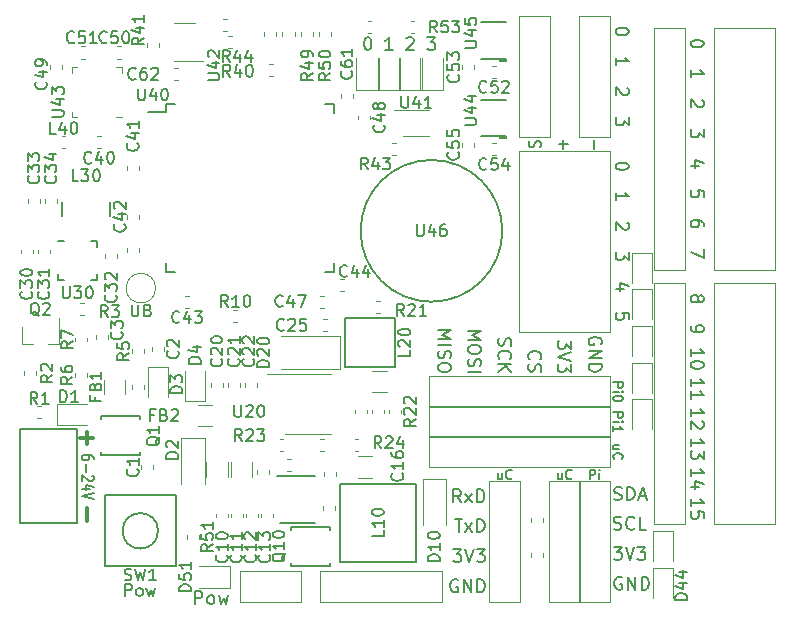
<source format=gto>
G04 #@! TF.GenerationSoftware,KiCad,Pcbnew,6.0.0-rc1-unknown-ce496ff~66~ubuntu16.04.1*
G04 #@! TF.CreationDate,2018-10-29T22:38:19+01:00*
G04 #@! TF.ProjectId,Hedgehog,4865646765686F672E6B696361645F70,0.4*
G04 #@! TF.SameCoordinates,PX7270e00PY47868c0*
G04 #@! TF.FileFunction,Legend,Top*
G04 #@! TF.FilePolarity,Positive*
%FSLAX46Y46*%
G04 Gerber Fmt 4.6, Leading zero omitted, Abs format (unit mm)*
G04 Created by KiCad (PCBNEW 6.0.0-rc1-unknown-ce496ff~66~ubuntu16.04.1) date Mon 29 Okt 2018 22:38:19 CET*
%MOMM*%
%LPD*%
G01*
G04 APERTURE LIST*
%ADD10C,0.200000*%
%ADD11C,0.150000*%
%ADD12C,0.350000*%
%ADD13C,0.120000*%
G04 APERTURE END LIST*
D10*
X49178571Y-16419047D02*
X49178571Y-17180952D01*
X46628571Y-16419047D02*
X46628571Y-17180952D01*
X46247619Y-16800000D02*
X47009523Y-16800000D01*
X43745238Y-16514285D02*
X43697619Y-16657142D01*
X43697619Y-16895238D01*
X43745238Y-16990476D01*
X43792857Y-17038095D01*
X43888095Y-17085714D01*
X43983333Y-17085714D01*
X44078571Y-17038095D01*
X44126190Y-16990476D01*
X44173809Y-16895238D01*
X44221428Y-16704761D01*
X44269047Y-16609523D01*
X44316666Y-16561904D01*
X44411904Y-16514285D01*
X44507142Y-16514285D01*
X44602380Y-16561904D01*
X44650000Y-16609523D01*
X44697619Y-16704761D01*
X44697619Y-16942857D01*
X44650000Y-17085714D01*
X9511904Y-55052380D02*
X9511904Y-54052380D01*
X9892857Y-54052380D01*
X9988095Y-54100000D01*
X10035714Y-54147619D01*
X10083333Y-54242857D01*
X10083333Y-54385714D01*
X10035714Y-54480952D01*
X9988095Y-54528571D01*
X9892857Y-54576190D01*
X9511904Y-54576190D01*
X10654761Y-55052380D02*
X10559523Y-55004761D01*
X10511904Y-54957142D01*
X10464285Y-54861904D01*
X10464285Y-54576190D01*
X10511904Y-54480952D01*
X10559523Y-54433333D01*
X10654761Y-54385714D01*
X10797619Y-54385714D01*
X10892857Y-54433333D01*
X10940476Y-54480952D01*
X10988095Y-54576190D01*
X10988095Y-54861904D01*
X10940476Y-54957142D01*
X10892857Y-55004761D01*
X10797619Y-55052380D01*
X10654761Y-55052380D01*
X11321428Y-54385714D02*
X11511904Y-55052380D01*
X11702380Y-54576190D01*
X11892857Y-55052380D01*
X12083333Y-54385714D01*
X15438095Y-55747619D02*
X15438095Y-54647619D01*
X15857142Y-54647619D01*
X15961904Y-54700000D01*
X16014285Y-54752380D01*
X16066666Y-54857142D01*
X16066666Y-55014285D01*
X16014285Y-55119047D01*
X15961904Y-55171428D01*
X15857142Y-55223809D01*
X15438095Y-55223809D01*
X16695238Y-55747619D02*
X16590476Y-55695238D01*
X16538095Y-55642857D01*
X16485714Y-55538095D01*
X16485714Y-55223809D01*
X16538095Y-55119047D01*
X16590476Y-55066666D01*
X16695238Y-55014285D01*
X16852380Y-55014285D01*
X16957142Y-55066666D01*
X17009523Y-55119047D01*
X17061904Y-55223809D01*
X17061904Y-55538095D01*
X17009523Y-55642857D01*
X16957142Y-55695238D01*
X16852380Y-55747619D01*
X16695238Y-55747619D01*
X17428571Y-55014285D02*
X17638095Y-55747619D01*
X17847619Y-55223809D01*
X18057142Y-55747619D01*
X18266666Y-55014285D01*
X35083333Y-7747619D02*
X35764285Y-7747619D01*
X35397619Y-8166666D01*
X35554761Y-8166666D01*
X35659523Y-8219047D01*
X35711904Y-8271428D01*
X35764285Y-8376190D01*
X35764285Y-8638095D01*
X35711904Y-8742857D01*
X35659523Y-8795238D01*
X35554761Y-8847619D01*
X35240476Y-8847619D01*
X35135714Y-8795238D01*
X35083333Y-8742857D01*
X33335714Y-7852380D02*
X33388095Y-7800000D01*
X33492857Y-7747619D01*
X33754761Y-7747619D01*
X33859523Y-7800000D01*
X33911904Y-7852380D01*
X33964285Y-7957142D01*
X33964285Y-8061904D01*
X33911904Y-8219047D01*
X33283333Y-8847619D01*
X33964285Y-8847619D01*
X32164285Y-8847619D02*
X31535714Y-8847619D01*
X31850000Y-8847619D02*
X31850000Y-7747619D01*
X31745238Y-7904761D01*
X31640476Y-8009523D01*
X31535714Y-8061904D01*
X29997619Y-7747619D02*
X30102380Y-7747619D01*
X30207142Y-7800000D01*
X30259523Y-7852380D01*
X30311904Y-7957142D01*
X30364285Y-8166666D01*
X30364285Y-8428571D01*
X30311904Y-8638095D01*
X30259523Y-8742857D01*
X30207142Y-8795238D01*
X30102380Y-8847619D01*
X29997619Y-8847619D01*
X29892857Y-8795238D01*
X29840476Y-8742857D01*
X29788095Y-8638095D01*
X29735714Y-8428571D01*
X29735714Y-8166666D01*
X29788095Y-7957142D01*
X29840476Y-7852380D01*
X29892857Y-7800000D01*
X29997619Y-7747619D01*
X52146440Y-31645700D02*
X52146440Y-31121891D01*
X51622631Y-31069510D01*
X51675012Y-31121891D01*
X51727393Y-31226653D01*
X51727393Y-31488557D01*
X51675012Y-31593319D01*
X51622631Y-31645700D01*
X51517869Y-31698081D01*
X51255964Y-31698081D01*
X51151202Y-31645700D01*
X51098821Y-31593319D01*
X51046440Y-31488557D01*
X51046440Y-31226653D01*
X51098821Y-31121891D01*
X51151202Y-31069510D01*
X51779774Y-29053319D02*
X51046440Y-29053319D01*
X52198821Y-28791415D02*
X51413107Y-28529510D01*
X51413107Y-29210462D01*
D11*
X50838095Y-36969047D02*
X51638095Y-36969047D01*
X51638095Y-37273809D01*
X51600000Y-37350000D01*
X51561904Y-37388095D01*
X51485714Y-37426190D01*
X51371428Y-37426190D01*
X51295238Y-37388095D01*
X51257142Y-37350000D01*
X51219047Y-37273809D01*
X51219047Y-36969047D01*
X50838095Y-37769047D02*
X51371428Y-37769047D01*
X51638095Y-37769047D02*
X51600000Y-37730952D01*
X51561904Y-37769047D01*
X51600000Y-37807142D01*
X51638095Y-37769047D01*
X51561904Y-37769047D01*
X51638095Y-38302380D02*
X51638095Y-38378571D01*
X51600000Y-38454761D01*
X51561904Y-38492857D01*
X51485714Y-38530952D01*
X51333333Y-38569047D01*
X51142857Y-38569047D01*
X50990476Y-38530952D01*
X50914285Y-38492857D01*
X50876190Y-38454761D01*
X50838095Y-38378571D01*
X50838095Y-38302380D01*
X50876190Y-38226190D01*
X50914285Y-38188095D01*
X50990476Y-38150000D01*
X51142857Y-38111904D01*
X51333333Y-38111904D01*
X51485714Y-38150000D01*
X51561904Y-38188095D01*
X51600000Y-38226190D01*
X51638095Y-38302380D01*
X50838095Y-39519047D02*
X51638095Y-39519047D01*
X51638095Y-39823809D01*
X51600000Y-39900000D01*
X51561904Y-39938095D01*
X51485714Y-39976190D01*
X51371428Y-39976190D01*
X51295238Y-39938095D01*
X51257142Y-39900000D01*
X51219047Y-39823809D01*
X51219047Y-39519047D01*
X50838095Y-40319047D02*
X51371428Y-40319047D01*
X51638095Y-40319047D02*
X51600000Y-40280952D01*
X51561904Y-40319047D01*
X51600000Y-40357142D01*
X51638095Y-40319047D01*
X51561904Y-40319047D01*
X50838095Y-41119047D02*
X50838095Y-40661904D01*
X50838095Y-40890476D02*
X51638095Y-40890476D01*
X51523809Y-40814285D01*
X51447619Y-40738095D01*
X51409523Y-40661904D01*
X51371428Y-42621428D02*
X50838095Y-42621428D01*
X51371428Y-42278571D02*
X50952380Y-42278571D01*
X50876190Y-42316666D01*
X50838095Y-42392857D01*
X50838095Y-42507142D01*
X50876190Y-42583333D01*
X50914285Y-42621428D01*
X50914285Y-43459523D02*
X50876190Y-43421428D01*
X50838095Y-43307142D01*
X50838095Y-43230952D01*
X50876190Y-43116666D01*
X50952380Y-43040476D01*
X51028571Y-43002380D01*
X51180952Y-42964285D01*
X51295238Y-42964285D01*
X51447619Y-43002380D01*
X51523809Y-43040476D01*
X51600000Y-43116666D01*
X51638095Y-43230952D01*
X51638095Y-43307142D01*
X51600000Y-43421428D01*
X51561904Y-43459523D01*
D10*
X6847619Y-43502380D02*
X6847619Y-43350000D01*
X6800000Y-43273809D01*
X6752380Y-43235714D01*
X6609523Y-43159523D01*
X6419047Y-43121428D01*
X6038095Y-43121428D01*
X5942857Y-43159523D01*
X5895238Y-43197619D01*
X5847619Y-43273809D01*
X5847619Y-43426190D01*
X5895238Y-43502380D01*
X5942857Y-43540476D01*
X6038095Y-43578571D01*
X6276190Y-43578571D01*
X6371428Y-43540476D01*
X6419047Y-43502380D01*
X6466666Y-43426190D01*
X6466666Y-43273809D01*
X6419047Y-43197619D01*
X6371428Y-43159523D01*
X6276190Y-43121428D01*
X6228571Y-43921428D02*
X6228571Y-44530952D01*
X6752380Y-44873809D02*
X6800000Y-44911904D01*
X6847619Y-44988095D01*
X6847619Y-45178571D01*
X6800000Y-45254761D01*
X6752380Y-45292857D01*
X6657142Y-45330952D01*
X6561904Y-45330952D01*
X6419047Y-45292857D01*
X5847619Y-44835714D01*
X5847619Y-45330952D01*
X6514285Y-46016666D02*
X5847619Y-46016666D01*
X6895238Y-45826190D02*
X6180952Y-45635714D01*
X6180952Y-46130952D01*
X6847619Y-46321428D02*
X5847619Y-46588095D01*
X6847619Y-46854761D01*
D12*
X6250000Y-41166666D02*
X6250000Y-42233333D01*
X6783333Y-41700000D02*
X5716666Y-41700000D01*
X6250000Y-47616666D02*
X6250000Y-48683333D01*
D11*
X41421428Y-44628571D02*
X41421428Y-45161904D01*
X41078571Y-44628571D02*
X41078571Y-45047619D01*
X41116666Y-45123809D01*
X41192857Y-45161904D01*
X41307142Y-45161904D01*
X41383333Y-45123809D01*
X41421428Y-45085714D01*
X42259523Y-45085714D02*
X42221428Y-45123809D01*
X42107142Y-45161904D01*
X42030952Y-45161904D01*
X41916666Y-45123809D01*
X41840476Y-45047619D01*
X41802380Y-44971428D01*
X41764285Y-44819047D01*
X41764285Y-44704761D01*
X41802380Y-44552380D01*
X41840476Y-44476190D01*
X41916666Y-44400000D01*
X42030952Y-44361904D01*
X42107142Y-44361904D01*
X42221428Y-44400000D01*
X42259523Y-44438095D01*
X46471428Y-44628571D02*
X46471428Y-45161904D01*
X46128571Y-44628571D02*
X46128571Y-45047619D01*
X46166666Y-45123809D01*
X46242857Y-45161904D01*
X46357142Y-45161904D01*
X46433333Y-45123809D01*
X46471428Y-45085714D01*
X47309523Y-45085714D02*
X47271428Y-45123809D01*
X47157142Y-45161904D01*
X47080952Y-45161904D01*
X46966666Y-45123809D01*
X46890476Y-45047619D01*
X46852380Y-44971428D01*
X46814285Y-44819047D01*
X46814285Y-44704761D01*
X46852380Y-44552380D01*
X46890476Y-44476190D01*
X46966666Y-44400000D01*
X47080952Y-44361904D01*
X47157142Y-44361904D01*
X47271428Y-44400000D01*
X47309523Y-44438095D01*
X48850000Y-45161904D02*
X48850000Y-44361904D01*
X49154761Y-44361904D01*
X49230952Y-44400000D01*
X49269047Y-44438095D01*
X49307142Y-44514285D01*
X49307142Y-44628571D01*
X49269047Y-44704761D01*
X49230952Y-44742857D01*
X49154761Y-44780952D01*
X48850000Y-44780952D01*
X49650000Y-45161904D02*
X49650000Y-44628571D01*
X49650000Y-44361904D02*
X49611904Y-44400000D01*
X49650000Y-44438095D01*
X49688095Y-44400000D01*
X49650000Y-44361904D01*
X49650000Y-44438095D01*
D10*
X51046440Y-21538081D02*
X51046440Y-20909510D01*
X51046440Y-21223796D02*
X52146440Y-21223796D01*
X51989298Y-21119034D01*
X51884536Y-21014272D01*
X51832155Y-20909510D01*
X52146440Y-18631415D02*
X52146440Y-18736176D01*
X52094060Y-18840938D01*
X52041679Y-18893319D01*
X51936917Y-18945700D01*
X51727393Y-18998081D01*
X51465488Y-18998081D01*
X51255964Y-18945700D01*
X51151202Y-18893319D01*
X51098821Y-18840938D01*
X51046440Y-18736176D01*
X51046440Y-18631415D01*
X51098821Y-18526653D01*
X51151202Y-18474272D01*
X51255964Y-18421891D01*
X51465488Y-18369510D01*
X51727393Y-18369510D01*
X51936917Y-18421891D01*
X52041679Y-18474272D01*
X52094060Y-18526653D01*
X52146440Y-18631415D01*
X52041679Y-23449510D02*
X52094060Y-23501891D01*
X52146440Y-23606653D01*
X52146440Y-23868557D01*
X52094060Y-23973319D01*
X52041679Y-24025700D01*
X51936917Y-24078081D01*
X51832155Y-24078081D01*
X51675012Y-24025700D01*
X51046440Y-23397129D01*
X51046440Y-24078081D01*
X52146440Y-25937129D02*
X52146440Y-26618081D01*
X51727393Y-26251415D01*
X51727393Y-26408557D01*
X51675012Y-26513319D01*
X51622631Y-26565700D01*
X51517869Y-26618081D01*
X51255964Y-26618081D01*
X51151202Y-26565700D01*
X51098821Y-26513319D01*
X51046440Y-26408557D01*
X51046440Y-26094272D01*
X51098821Y-25989510D01*
X51151202Y-25937129D01*
X52152094Y-14518267D02*
X52152094Y-15199219D01*
X51733047Y-14832553D01*
X51733047Y-14989695D01*
X51680666Y-15094457D01*
X51628285Y-15146838D01*
X51523523Y-15199219D01*
X51261618Y-15199219D01*
X51156856Y-15146838D01*
X51104475Y-15094457D01*
X51052094Y-14989695D01*
X51052094Y-14675410D01*
X51104475Y-14570648D01*
X51156856Y-14518267D01*
X52047333Y-12030648D02*
X52099714Y-12083029D01*
X52152094Y-12187791D01*
X52152094Y-12449695D01*
X52099714Y-12554457D01*
X52047333Y-12606838D01*
X51942571Y-12659219D01*
X51837809Y-12659219D01*
X51680666Y-12606838D01*
X51052094Y-11978267D01*
X51052094Y-12659219D01*
X51052094Y-10119219D02*
X51052094Y-9490648D01*
X51052094Y-9804934D02*
X52152094Y-9804934D01*
X51994952Y-9700172D01*
X51890190Y-9595410D01*
X51837809Y-9490648D01*
X52152094Y-7212553D02*
X52152094Y-7317314D01*
X52099714Y-7422076D01*
X52047333Y-7474457D01*
X51942571Y-7526838D01*
X51733047Y-7579219D01*
X51471142Y-7579219D01*
X51261618Y-7526838D01*
X51156856Y-7474457D01*
X51104475Y-7422076D01*
X51052094Y-7317314D01*
X51052094Y-7212553D01*
X51104475Y-7107791D01*
X51156856Y-7055410D01*
X51261618Y-7003029D01*
X51471142Y-6950648D01*
X51733047Y-6950648D01*
X51942571Y-7003029D01*
X52047333Y-7055410D01*
X52099714Y-7107791D01*
X52152094Y-7212553D01*
X50914285Y-46895238D02*
X51071428Y-46947619D01*
X51333333Y-46947619D01*
X51438095Y-46895238D01*
X51490476Y-46842857D01*
X51542857Y-46738095D01*
X51542857Y-46633333D01*
X51490476Y-46528571D01*
X51438095Y-46476190D01*
X51333333Y-46423809D01*
X51123809Y-46371428D01*
X51019047Y-46319047D01*
X50966666Y-46266666D01*
X50914285Y-46161904D01*
X50914285Y-46057142D01*
X50966666Y-45952380D01*
X51019047Y-45900000D01*
X51123809Y-45847619D01*
X51385714Y-45847619D01*
X51542857Y-45900000D01*
X52014285Y-46947619D02*
X52014285Y-45847619D01*
X52276190Y-45847619D01*
X52433333Y-45900000D01*
X52538095Y-46004761D01*
X52590476Y-46109523D01*
X52642857Y-46319047D01*
X52642857Y-46476190D01*
X52590476Y-46685714D01*
X52538095Y-46790476D01*
X52433333Y-46895238D01*
X52276190Y-46947619D01*
X52014285Y-46947619D01*
X53061904Y-46633333D02*
X53585714Y-46633333D01*
X52957142Y-46947619D02*
X53323809Y-45847619D01*
X53690476Y-46947619D01*
X50890476Y-49395238D02*
X51047619Y-49447619D01*
X51309523Y-49447619D01*
X51414285Y-49395238D01*
X51466666Y-49342857D01*
X51519047Y-49238095D01*
X51519047Y-49133333D01*
X51466666Y-49028571D01*
X51414285Y-48976190D01*
X51309523Y-48923809D01*
X51100000Y-48871428D01*
X50995238Y-48819047D01*
X50942857Y-48766666D01*
X50890476Y-48661904D01*
X50890476Y-48557142D01*
X50942857Y-48452380D01*
X50995238Y-48400000D01*
X51100000Y-48347619D01*
X51361904Y-48347619D01*
X51519047Y-48400000D01*
X52619047Y-49342857D02*
X52566666Y-49395238D01*
X52409523Y-49447619D01*
X52304761Y-49447619D01*
X52147619Y-49395238D01*
X52042857Y-49290476D01*
X51990476Y-49185714D01*
X51938095Y-48976190D01*
X51938095Y-48819047D01*
X51990476Y-48609523D01*
X52042857Y-48504761D01*
X52147619Y-48400000D01*
X52304761Y-48347619D01*
X52409523Y-48347619D01*
X52566666Y-48400000D01*
X52619047Y-48452380D01*
X53614285Y-49447619D02*
X53090476Y-49447619D01*
X53090476Y-48347619D01*
X50888095Y-50897619D02*
X51569047Y-50897619D01*
X51202380Y-51316666D01*
X51359523Y-51316666D01*
X51464285Y-51369047D01*
X51516666Y-51421428D01*
X51569047Y-51526190D01*
X51569047Y-51788095D01*
X51516666Y-51892857D01*
X51464285Y-51945238D01*
X51359523Y-51997619D01*
X51045238Y-51997619D01*
X50940476Y-51945238D01*
X50888095Y-51892857D01*
X51883333Y-50897619D02*
X52250000Y-51997619D01*
X52616666Y-50897619D01*
X52878571Y-50897619D02*
X53559523Y-50897619D01*
X53192857Y-51316666D01*
X53350000Y-51316666D01*
X53454761Y-51369047D01*
X53507142Y-51421428D01*
X53559523Y-51526190D01*
X53559523Y-51788095D01*
X53507142Y-51892857D01*
X53454761Y-51945238D01*
X53350000Y-51997619D01*
X53035714Y-51997619D01*
X52930952Y-51945238D01*
X52878571Y-51892857D01*
X51561904Y-53500000D02*
X51457142Y-53447619D01*
X51300000Y-53447619D01*
X51142857Y-53500000D01*
X51038095Y-53604761D01*
X50985714Y-53709523D01*
X50933333Y-53919047D01*
X50933333Y-54076190D01*
X50985714Y-54285714D01*
X51038095Y-54390476D01*
X51142857Y-54495238D01*
X51300000Y-54547619D01*
X51404761Y-54547619D01*
X51561904Y-54495238D01*
X51614285Y-54442857D01*
X51614285Y-54076190D01*
X51404761Y-54076190D01*
X52085714Y-54547619D02*
X52085714Y-53447619D01*
X52714285Y-54547619D01*
X52714285Y-53447619D01*
X53238095Y-54547619D02*
X53238095Y-53447619D01*
X53500000Y-53447619D01*
X53657142Y-53500000D01*
X53761904Y-53604761D01*
X53814285Y-53709523D01*
X53866666Y-53919047D01*
X53866666Y-54076190D01*
X53814285Y-54285714D01*
X53761904Y-54390476D01*
X53657142Y-54495238D01*
X53500000Y-54547619D01*
X53238095Y-54547619D01*
X37945238Y-47147619D02*
X37578571Y-46623809D01*
X37316666Y-47147619D02*
X37316666Y-46047619D01*
X37735714Y-46047619D01*
X37840476Y-46100000D01*
X37892857Y-46152380D01*
X37945238Y-46257142D01*
X37945238Y-46414285D01*
X37892857Y-46519047D01*
X37840476Y-46571428D01*
X37735714Y-46623809D01*
X37316666Y-46623809D01*
X38311904Y-47147619D02*
X38888095Y-46414285D01*
X38311904Y-46414285D02*
X38888095Y-47147619D01*
X39307142Y-47147619D02*
X39307142Y-46047619D01*
X39569047Y-46047619D01*
X39726190Y-46100000D01*
X39830952Y-46204761D01*
X39883333Y-46309523D01*
X39935714Y-46519047D01*
X39935714Y-46676190D01*
X39883333Y-46885714D01*
X39830952Y-46990476D01*
X39726190Y-47095238D01*
X39569047Y-47147619D01*
X39307142Y-47147619D01*
X37440476Y-48547619D02*
X38069047Y-48547619D01*
X37754761Y-49647619D02*
X37754761Y-48547619D01*
X38330952Y-49647619D02*
X38907142Y-48914285D01*
X38330952Y-48914285D02*
X38907142Y-49647619D01*
X39326190Y-49647619D02*
X39326190Y-48547619D01*
X39588095Y-48547619D01*
X39745238Y-48600000D01*
X39850000Y-48704761D01*
X39902380Y-48809523D01*
X39954761Y-49019047D01*
X39954761Y-49176190D01*
X39902380Y-49385714D01*
X39850000Y-49490476D01*
X39745238Y-49595238D01*
X39588095Y-49647619D01*
X39326190Y-49647619D01*
X37288095Y-51097619D02*
X37969047Y-51097619D01*
X37602380Y-51516666D01*
X37759523Y-51516666D01*
X37864285Y-51569047D01*
X37916666Y-51621428D01*
X37969047Y-51726190D01*
X37969047Y-51988095D01*
X37916666Y-52092857D01*
X37864285Y-52145238D01*
X37759523Y-52197619D01*
X37445238Y-52197619D01*
X37340476Y-52145238D01*
X37288095Y-52092857D01*
X38283333Y-51097619D02*
X38650000Y-52197619D01*
X39016666Y-51097619D01*
X39278571Y-51097619D02*
X39959523Y-51097619D01*
X39592857Y-51516666D01*
X39750000Y-51516666D01*
X39854761Y-51569047D01*
X39907142Y-51621428D01*
X39959523Y-51726190D01*
X39959523Y-51988095D01*
X39907142Y-52092857D01*
X39854761Y-52145238D01*
X39750000Y-52197619D01*
X39435714Y-52197619D01*
X39330952Y-52145238D01*
X39278571Y-52092857D01*
X37661904Y-53700000D02*
X37557142Y-53647619D01*
X37400000Y-53647619D01*
X37242857Y-53700000D01*
X37138095Y-53804761D01*
X37085714Y-53909523D01*
X37033333Y-54119047D01*
X37033333Y-54276190D01*
X37085714Y-54485714D01*
X37138095Y-54590476D01*
X37242857Y-54695238D01*
X37400000Y-54747619D01*
X37504761Y-54747619D01*
X37661904Y-54695238D01*
X37714285Y-54642857D01*
X37714285Y-54276190D01*
X37504761Y-54276190D01*
X38185714Y-54747619D02*
X38185714Y-53647619D01*
X38814285Y-54747619D01*
X38814285Y-53647619D01*
X39338095Y-54747619D02*
X39338095Y-53647619D01*
X39600000Y-53647619D01*
X39757142Y-53700000D01*
X39861904Y-53804761D01*
X39914285Y-53909523D01*
X39966666Y-54119047D01*
X39966666Y-54276190D01*
X39914285Y-54485714D01*
X39861904Y-54590476D01*
X39757142Y-54695238D01*
X39600000Y-54747619D01*
X39338095Y-54747619D01*
X36002380Y-32571428D02*
X37102380Y-32571428D01*
X36316666Y-32938095D01*
X37102380Y-33304761D01*
X36002380Y-33304761D01*
X36002380Y-33828571D02*
X37102380Y-33828571D01*
X36054761Y-34300000D02*
X36002380Y-34457142D01*
X36002380Y-34719047D01*
X36054761Y-34823809D01*
X36107142Y-34876190D01*
X36211904Y-34928571D01*
X36316666Y-34928571D01*
X36421428Y-34876190D01*
X36473809Y-34823809D01*
X36526190Y-34719047D01*
X36578571Y-34509523D01*
X36630952Y-34404761D01*
X36683333Y-34352380D01*
X36788095Y-34300000D01*
X36892857Y-34300000D01*
X36997619Y-34352380D01*
X37050000Y-34404761D01*
X37102380Y-34509523D01*
X37102380Y-34771428D01*
X37050000Y-34928571D01*
X37102380Y-35609523D02*
X37102380Y-35819047D01*
X37050000Y-35923809D01*
X36945238Y-36028571D01*
X36735714Y-36080952D01*
X36369047Y-36080952D01*
X36159523Y-36028571D01*
X36054761Y-35923809D01*
X36002380Y-35819047D01*
X36002380Y-35609523D01*
X36054761Y-35504761D01*
X36159523Y-35400000D01*
X36369047Y-35347619D01*
X36735714Y-35347619D01*
X36945238Y-35400000D01*
X37050000Y-35504761D01*
X37102380Y-35609523D01*
X38552380Y-32621428D02*
X39652380Y-32621428D01*
X38866666Y-32988095D01*
X39652380Y-33354761D01*
X38552380Y-33354761D01*
X39652380Y-34088095D02*
X39652380Y-34297619D01*
X39600000Y-34402380D01*
X39495238Y-34507142D01*
X39285714Y-34559523D01*
X38919047Y-34559523D01*
X38709523Y-34507142D01*
X38604761Y-34402380D01*
X38552380Y-34297619D01*
X38552380Y-34088095D01*
X38604761Y-33983333D01*
X38709523Y-33878571D01*
X38919047Y-33826190D01*
X39285714Y-33826190D01*
X39495238Y-33878571D01*
X39600000Y-33983333D01*
X39652380Y-34088095D01*
X38604761Y-34978571D02*
X38552380Y-35135714D01*
X38552380Y-35397619D01*
X38604761Y-35502380D01*
X38657142Y-35554761D01*
X38761904Y-35607142D01*
X38866666Y-35607142D01*
X38971428Y-35554761D01*
X39023809Y-35502380D01*
X39076190Y-35397619D01*
X39128571Y-35188095D01*
X39180952Y-35083333D01*
X39233333Y-35030952D01*
X39338095Y-34978571D01*
X39442857Y-34978571D01*
X39547619Y-35030952D01*
X39600000Y-35083333D01*
X39652380Y-35188095D01*
X39652380Y-35450000D01*
X39600000Y-35607142D01*
X38552380Y-36078571D02*
X39652380Y-36078571D01*
X41154761Y-33235714D02*
X41102380Y-33392857D01*
X41102380Y-33654761D01*
X41154761Y-33759523D01*
X41207142Y-33811904D01*
X41311904Y-33864285D01*
X41416666Y-33864285D01*
X41521428Y-33811904D01*
X41573809Y-33759523D01*
X41626190Y-33654761D01*
X41678571Y-33445238D01*
X41730952Y-33340476D01*
X41783333Y-33288095D01*
X41888095Y-33235714D01*
X41992857Y-33235714D01*
X42097619Y-33288095D01*
X42150000Y-33340476D01*
X42202380Y-33445238D01*
X42202380Y-33707142D01*
X42150000Y-33864285D01*
X41207142Y-34964285D02*
X41154761Y-34911904D01*
X41102380Y-34754761D01*
X41102380Y-34650000D01*
X41154761Y-34492857D01*
X41259523Y-34388095D01*
X41364285Y-34335714D01*
X41573809Y-34283333D01*
X41730952Y-34283333D01*
X41940476Y-34335714D01*
X42045238Y-34388095D01*
X42150000Y-34492857D01*
X42202380Y-34650000D01*
X42202380Y-34754761D01*
X42150000Y-34911904D01*
X42097619Y-34964285D01*
X41102380Y-35435714D02*
X42202380Y-35435714D01*
X41102380Y-36064285D02*
X41730952Y-35592857D01*
X42202380Y-36064285D02*
X41573809Y-35435714D01*
X43757142Y-35016666D02*
X43704761Y-34964285D01*
X43652380Y-34807142D01*
X43652380Y-34702380D01*
X43704761Y-34545238D01*
X43809523Y-34440476D01*
X43914285Y-34388095D01*
X44123809Y-34335714D01*
X44280952Y-34335714D01*
X44490476Y-34388095D01*
X44595238Y-34440476D01*
X44700000Y-34545238D01*
X44752380Y-34702380D01*
X44752380Y-34807142D01*
X44700000Y-34964285D01*
X44647619Y-35016666D01*
X43704761Y-35435714D02*
X43652380Y-35592857D01*
X43652380Y-35854761D01*
X43704761Y-35959523D01*
X43757142Y-36011904D01*
X43861904Y-36064285D01*
X43966666Y-36064285D01*
X44071428Y-36011904D01*
X44123809Y-35959523D01*
X44176190Y-35854761D01*
X44228571Y-35645238D01*
X44280952Y-35540476D01*
X44333333Y-35488095D01*
X44438095Y-35435714D01*
X44542857Y-35435714D01*
X44647619Y-35488095D01*
X44700000Y-35540476D01*
X44752380Y-35645238D01*
X44752380Y-35907142D01*
X44700000Y-36064285D01*
X47252380Y-33438095D02*
X47252380Y-34119047D01*
X46833333Y-33752380D01*
X46833333Y-33909523D01*
X46780952Y-34014285D01*
X46728571Y-34066666D01*
X46623809Y-34119047D01*
X46361904Y-34119047D01*
X46257142Y-34066666D01*
X46204761Y-34014285D01*
X46152380Y-33909523D01*
X46152380Y-33595238D01*
X46204761Y-33490476D01*
X46257142Y-33438095D01*
X47252380Y-34433333D02*
X46152380Y-34800000D01*
X47252380Y-35166666D01*
X47252380Y-35428571D02*
X47252380Y-36109523D01*
X46833333Y-35742857D01*
X46833333Y-35900000D01*
X46780952Y-36004761D01*
X46728571Y-36057142D01*
X46623809Y-36109523D01*
X46361904Y-36109523D01*
X46257142Y-36057142D01*
X46204761Y-36004761D01*
X46152380Y-35900000D01*
X46152380Y-35585714D01*
X46204761Y-35480952D01*
X46257142Y-35428571D01*
X49800000Y-33761904D02*
X49852380Y-33657142D01*
X49852380Y-33500000D01*
X49800000Y-33342857D01*
X49695238Y-33238095D01*
X49590476Y-33185714D01*
X49380952Y-33133333D01*
X49223809Y-33133333D01*
X49014285Y-33185714D01*
X48909523Y-33238095D01*
X48804761Y-33342857D01*
X48752380Y-33500000D01*
X48752380Y-33604761D01*
X48804761Y-33761904D01*
X48857142Y-33814285D01*
X49223809Y-33814285D01*
X49223809Y-33604761D01*
X48752380Y-34285714D02*
X49852380Y-34285714D01*
X48752380Y-34914285D01*
X49852380Y-34914285D01*
X48752380Y-35438095D02*
X49852380Y-35438095D01*
X49852380Y-35700000D01*
X49800000Y-35857142D01*
X49695238Y-35961904D01*
X49590476Y-36014285D01*
X49380952Y-36066666D01*
X49223809Y-36066666D01*
X49014285Y-36014285D01*
X48909523Y-35961904D01*
X48804761Y-35857142D01*
X48752380Y-35700000D01*
X48752380Y-35438095D01*
X57402380Y-47470476D02*
X57402380Y-46841904D01*
X57402380Y-47156190D02*
X58502380Y-47156190D01*
X58345238Y-47051428D01*
X58240476Y-46946666D01*
X58188095Y-46841904D01*
X58502380Y-48465714D02*
X58502380Y-47941904D01*
X57978571Y-47889523D01*
X58030952Y-47941904D01*
X58083333Y-48046666D01*
X58083333Y-48308571D01*
X58030952Y-48413333D01*
X57978571Y-48465714D01*
X57873809Y-48518095D01*
X57611904Y-48518095D01*
X57507142Y-48465714D01*
X57454761Y-48413333D01*
X57402380Y-48308571D01*
X57402380Y-48046666D01*
X57454761Y-47941904D01*
X57507142Y-47889523D01*
X57402380Y-44930476D02*
X57402380Y-44301904D01*
X57402380Y-44616190D02*
X58502380Y-44616190D01*
X58345238Y-44511428D01*
X58240476Y-44406666D01*
X58188095Y-44301904D01*
X58135714Y-45873333D02*
X57402380Y-45873333D01*
X58554761Y-45611428D02*
X57769047Y-45349523D01*
X57769047Y-46030476D01*
X57402380Y-42390476D02*
X57402380Y-41761904D01*
X57402380Y-42076190D02*
X58502380Y-42076190D01*
X58345238Y-41971428D01*
X58240476Y-41866666D01*
X58188095Y-41761904D01*
X58502380Y-42757142D02*
X58502380Y-43438095D01*
X58083333Y-43071428D01*
X58083333Y-43228571D01*
X58030952Y-43333333D01*
X57978571Y-43385714D01*
X57873809Y-43438095D01*
X57611904Y-43438095D01*
X57507142Y-43385714D01*
X57454761Y-43333333D01*
X57402380Y-43228571D01*
X57402380Y-42914285D01*
X57454761Y-42809523D01*
X57507142Y-42757142D01*
X57402380Y-39850476D02*
X57402380Y-39221904D01*
X57402380Y-39536190D02*
X58502380Y-39536190D01*
X58345238Y-39431428D01*
X58240476Y-39326666D01*
X58188095Y-39221904D01*
X58397619Y-40269523D02*
X58450000Y-40321904D01*
X58502380Y-40426666D01*
X58502380Y-40688571D01*
X58450000Y-40793333D01*
X58397619Y-40845714D01*
X58292857Y-40898095D01*
X58188095Y-40898095D01*
X58030952Y-40845714D01*
X57402380Y-40217142D01*
X57402380Y-40898095D01*
X57402380Y-37310476D02*
X57402380Y-36681904D01*
X57402380Y-36996190D02*
X58502380Y-36996190D01*
X58345238Y-36891428D01*
X58240476Y-36786666D01*
X58188095Y-36681904D01*
X57402380Y-38358095D02*
X57402380Y-37729523D01*
X57402380Y-38043809D02*
X58502380Y-38043809D01*
X58345238Y-37939047D01*
X58240476Y-37834285D01*
X58188095Y-37729523D01*
X57402380Y-34770476D02*
X57402380Y-34141904D01*
X57402380Y-34456190D02*
X58502380Y-34456190D01*
X58345238Y-34351428D01*
X58240476Y-34246666D01*
X58188095Y-34141904D01*
X58502380Y-35451428D02*
X58502380Y-35556190D01*
X58450000Y-35660952D01*
X58397619Y-35713333D01*
X58292857Y-35765714D01*
X58083333Y-35818095D01*
X57821428Y-35818095D01*
X57611904Y-35765714D01*
X57507142Y-35713333D01*
X57454761Y-35660952D01*
X57402380Y-35556190D01*
X57402380Y-35451428D01*
X57454761Y-35346666D01*
X57507142Y-35294285D01*
X57611904Y-35241904D01*
X57821428Y-35189523D01*
X58083333Y-35189523D01*
X58292857Y-35241904D01*
X58397619Y-35294285D01*
X58450000Y-35346666D01*
X58502380Y-35451428D01*
X57402380Y-32230476D02*
X57402380Y-32440000D01*
X57454761Y-32544761D01*
X57507142Y-32597142D01*
X57664285Y-32701904D01*
X57873809Y-32754285D01*
X58292857Y-32754285D01*
X58397619Y-32701904D01*
X58450000Y-32649523D01*
X58502380Y-32544761D01*
X58502380Y-32335238D01*
X58450000Y-32230476D01*
X58397619Y-32178095D01*
X58292857Y-32125714D01*
X58030952Y-32125714D01*
X57926190Y-32178095D01*
X57873809Y-32230476D01*
X57821428Y-32335238D01*
X57821428Y-32544761D01*
X57873809Y-32649523D01*
X57926190Y-32701904D01*
X58030952Y-32754285D01*
X58030952Y-29795238D02*
X58083333Y-29690476D01*
X58135714Y-29638095D01*
X58240476Y-29585714D01*
X58292857Y-29585714D01*
X58397619Y-29638095D01*
X58450000Y-29690476D01*
X58502380Y-29795238D01*
X58502380Y-30004761D01*
X58450000Y-30109523D01*
X58397619Y-30161904D01*
X58292857Y-30214285D01*
X58240476Y-30214285D01*
X58135714Y-30161904D01*
X58083333Y-30109523D01*
X58030952Y-30004761D01*
X58030952Y-29795238D01*
X57978571Y-29690476D01*
X57926190Y-29638095D01*
X57821428Y-29585714D01*
X57611904Y-29585714D01*
X57507142Y-29638095D01*
X57454761Y-29690476D01*
X57402380Y-29795238D01*
X57402380Y-30004761D01*
X57454761Y-30109523D01*
X57507142Y-30161904D01*
X57611904Y-30214285D01*
X57821428Y-30214285D01*
X57926190Y-30161904D01*
X57978571Y-30109523D01*
X58030952Y-30004761D01*
X58502380Y-25713333D02*
X58502380Y-26446666D01*
X57402380Y-25975238D01*
X58502380Y-23749523D02*
X58502380Y-23540000D01*
X58450000Y-23435238D01*
X58397619Y-23382857D01*
X58240476Y-23278095D01*
X58030952Y-23225714D01*
X57611904Y-23225714D01*
X57507142Y-23278095D01*
X57454761Y-23330476D01*
X57402380Y-23435238D01*
X57402380Y-23644761D01*
X57454761Y-23749523D01*
X57507142Y-23801904D01*
X57611904Y-23854285D01*
X57873809Y-23854285D01*
X57978571Y-23801904D01*
X58030952Y-23749523D01*
X58083333Y-23644761D01*
X58083333Y-23435238D01*
X58030952Y-23330476D01*
X57978571Y-23278095D01*
X57873809Y-23225714D01*
X58502380Y-21261904D02*
X58502380Y-20738095D01*
X57978571Y-20685714D01*
X58030952Y-20738095D01*
X58083333Y-20842857D01*
X58083333Y-21104761D01*
X58030952Y-21209523D01*
X57978571Y-21261904D01*
X57873809Y-21314285D01*
X57611904Y-21314285D01*
X57507142Y-21261904D01*
X57454761Y-21209523D01*
X57402380Y-21104761D01*
X57402380Y-20842857D01*
X57454761Y-20738095D01*
X57507142Y-20685714D01*
X58135714Y-18669523D02*
X57402380Y-18669523D01*
X58554761Y-18407619D02*
X57769047Y-18145714D01*
X57769047Y-18826666D01*
X58502380Y-15553333D02*
X58502380Y-16234285D01*
X58083333Y-15867619D01*
X58083333Y-16024761D01*
X58030952Y-16129523D01*
X57978571Y-16181904D01*
X57873809Y-16234285D01*
X57611904Y-16234285D01*
X57507142Y-16181904D01*
X57454761Y-16129523D01*
X57402380Y-16024761D01*
X57402380Y-15710476D01*
X57454761Y-15605714D01*
X57507142Y-15553333D01*
X58397619Y-13065714D02*
X58450000Y-13118095D01*
X58502380Y-13222857D01*
X58502380Y-13484761D01*
X58450000Y-13589523D01*
X58397619Y-13641904D01*
X58292857Y-13694285D01*
X58188095Y-13694285D01*
X58030952Y-13641904D01*
X57402380Y-13013333D01*
X57402380Y-13694285D01*
X57402380Y-11154285D02*
X57402380Y-10525714D01*
X57402380Y-10840000D02*
X58502380Y-10840000D01*
X58345238Y-10735238D01*
X58240476Y-10630476D01*
X58188095Y-10525714D01*
X58502380Y-8247619D02*
X58502380Y-8352380D01*
X58450000Y-8457142D01*
X58397619Y-8509523D01*
X58292857Y-8561904D01*
X58083333Y-8614285D01*
X57821428Y-8614285D01*
X57611904Y-8561904D01*
X57507142Y-8509523D01*
X57454761Y-8457142D01*
X57402380Y-8352380D01*
X57402380Y-8247619D01*
X57454761Y-8142857D01*
X57507142Y-8090476D01*
X57611904Y-8038095D01*
X57821428Y-7985714D01*
X58083333Y-7985714D01*
X58292857Y-8038095D01*
X58397619Y-8090476D01*
X58450000Y-8142857D01*
X58502380Y-8247619D01*
D13*
G04 #@! TO.C,D4*
X14600000Y-38550000D02*
X14600000Y-36000000D01*
X16300000Y-38550000D02*
X16300000Y-36000000D01*
X14600000Y-38550000D02*
X16300000Y-38550000D01*
G04 #@! TO.C,R21*
X31112779Y-30090000D02*
X30787221Y-30090000D01*
X31112779Y-31110000D02*
X30787221Y-31110000D01*
G04 #@! TO.C,D20*
X27750000Y-35850000D02*
X22750000Y-35850000D01*
X27750000Y-33050000D02*
X22750000Y-33050000D01*
X27750000Y-35850000D02*
X27750000Y-33050000D01*
D11*
G04 #@! TO.C,U45*
X41750000Y-9750000D02*
X41750000Y-9600000D01*
X41250000Y-9750000D02*
X41750000Y-9750000D01*
X41250000Y-9600000D02*
X41250000Y-9750000D01*
X39650000Y-6500000D02*
X41750000Y-6500000D01*
X39650000Y-9600000D02*
X41750000Y-9600000D01*
G04 #@! TO.C,U44*
X41750000Y-16300000D02*
X41750000Y-16150000D01*
X41250000Y-16300000D02*
X41750000Y-16300000D01*
X41250000Y-16150000D02*
X41250000Y-16300000D01*
X39650000Y-13050000D02*
X41750000Y-13050000D01*
X39650000Y-16150000D02*
X41750000Y-16150000D01*
D13*
G04 #@! TO.C,U20*
X21550000Y-36240000D02*
X26950000Y-36240000D01*
X23050000Y-41360000D02*
X26950000Y-41360000D01*
D11*
G04 #@! TO.C,U30*
X7100001Y-25050001D02*
X6600001Y-25050001D01*
X7100001Y-28300001D02*
X6600001Y-28300001D01*
X3850001Y-28300001D02*
X4350001Y-28300001D01*
X3850001Y-25050001D02*
X4350001Y-25050001D01*
X7100001Y-28300001D02*
X7100001Y-27800001D01*
X3850001Y-28300001D02*
X3850001Y-27800001D01*
X7100001Y-25050001D02*
X7100001Y-25550001D01*
G04 #@! TO.C,L30*
X4200000Y-22900000D02*
X4200000Y-21700000D01*
X8200000Y-22900000D02*
X8200000Y-21700000D01*
D13*
G04 #@! TO.C,C34*
X2740000Y-21437221D02*
X2740000Y-21762779D01*
X3760000Y-21437221D02*
X3760000Y-21762779D01*
G04 #@! TO.C,C33*
X1290000Y-21437221D02*
X1290000Y-21762779D01*
X2310000Y-21437221D02*
X2310000Y-21762779D01*
G04 #@! TO.C,C32*
X8860000Y-26412779D02*
X8860000Y-26087221D01*
X7840000Y-26412779D02*
X7840000Y-26087221D01*
G04 #@! TO.C,C31*
X3160000Y-26062779D02*
X3160000Y-25737221D01*
X2140000Y-26062779D02*
X2140000Y-25737221D01*
G04 #@! TO.C,C30*
X1710000Y-26062779D02*
X1710000Y-25737221D01*
X690000Y-26062779D02*
X690000Y-25737221D01*
D11*
G04 #@! TO.C,U10*
X25600000Y-44900000D02*
X22350000Y-44900000D01*
X25600000Y-48900000D02*
X22600000Y-48900000D01*
G04 #@! TO.C,Q1*
X10750000Y-40100000D02*
X10750000Y-39850000D01*
X7450000Y-40100000D02*
X7450000Y-39850000D01*
X7450000Y-43150000D02*
X7450000Y-42900000D01*
X10750000Y-43150000D02*
X10750000Y-42900000D01*
X7450000Y-43150000D02*
X10750000Y-43150000D01*
X7450000Y-39850000D02*
X10750000Y-39850000D01*
G04 #@! TO.C,Q10*
X26900000Y-49450000D02*
X26900000Y-49200000D01*
X23600000Y-49450000D02*
X23600000Y-49200000D01*
X23600000Y-52500000D02*
X23600000Y-52250000D01*
X26900000Y-52500000D02*
X26900000Y-52250000D01*
X23600000Y-52500000D02*
X26900000Y-52500000D01*
X23600000Y-49200000D02*
X26900000Y-49200000D01*
D13*
G04 #@! TO.C,FB4*
X20260000Y-44952064D02*
X20260000Y-43747936D01*
X18440000Y-44952064D02*
X18440000Y-43747936D01*
G04 #@! TO.C,FB3*
X18210000Y-44952064D02*
X18210000Y-43747936D01*
X16390000Y-44952064D02*
X16390000Y-43747936D01*
G04 #@! TO.C,FB2*
X16852064Y-38890000D02*
X15647936Y-38890000D01*
X16852064Y-40710000D02*
X15647936Y-40710000D01*
G04 #@! TO.C,FB1*
X7690000Y-36747936D02*
X7690000Y-37952064D01*
X9510000Y-36747936D02*
X9510000Y-37952064D01*
G04 #@! TO.C,C1*
X11910000Y-44312779D02*
X11910000Y-43987221D01*
X10890000Y-44312779D02*
X10890000Y-43987221D01*
G04 #@! TO.C,C21*
X19260000Y-37362779D02*
X19260000Y-37037221D01*
X18240000Y-37362779D02*
X18240000Y-37037221D01*
G04 #@! TO.C,C20*
X17810000Y-37362779D02*
X17810000Y-37037221D01*
X16790000Y-37362779D02*
X16790000Y-37037221D01*
G04 #@! TO.C,J53*
X50580000Y-17350000D02*
X45380000Y-17350000D01*
X50580000Y-32710000D02*
X50580000Y-17350000D01*
X50580000Y-32710000D02*
X45380000Y-32710000D01*
G04 #@! TO.C,J52*
X45500000Y-17350000D02*
X42840000Y-17350000D01*
X42840000Y-32710000D02*
X42840000Y-17350000D01*
X45500000Y-32710000D02*
X42840000Y-32710000D01*
D11*
G04 #@! TO.C,SW1*
X13800000Y-52550000D02*
X7800000Y-52550000D01*
X13800000Y-46550000D02*
X13800000Y-52550000D01*
X7800000Y-46550000D02*
X13800000Y-46550000D01*
X7800000Y-52550000D02*
X7800000Y-46550000D01*
X12300000Y-49550000D02*
G75*
G03X12300000Y-49550000I-1500000J0D01*
G01*
G04 #@! TO.C,L10*
X27750000Y-45550000D02*
X34150000Y-45550000D01*
X27750000Y-52150000D02*
X27750000Y-45550000D01*
X34150000Y-52150000D02*
X27750000Y-52150000D01*
X34150000Y-45550000D02*
X34150000Y-52150000D01*
G04 #@! TO.C,L20*
X28150000Y-31500000D02*
X32350000Y-31500000D01*
X28150000Y-35700000D02*
X28150000Y-31500000D01*
X32350000Y-35700000D02*
X28150000Y-35700000D01*
X32350000Y-31500000D02*
X32350000Y-35700000D01*
G04 #@! TO.C,U46*
X41450000Y-24150000D02*
G75*
G03X41450000Y-24150000I-6000000J0D01*
G01*
D13*
G04 #@! TO.C,C63*
X9690000Y-25637221D02*
X9690000Y-25962779D01*
X10710000Y-25637221D02*
X10710000Y-25962779D01*
G04 #@! TO.C,C62*
X13637221Y-11410000D02*
X13962779Y-11410000D01*
X13637221Y-10390000D02*
X13962779Y-10390000D01*
G04 #@! TO.C,C61*
X28810000Y-12862779D02*
X28810000Y-12537221D01*
X27790000Y-12862779D02*
X27790000Y-12537221D01*
G04 #@! TO.C,C53*
X38040000Y-10137221D02*
X38040000Y-10462779D01*
X39060000Y-10137221D02*
X39060000Y-10462779D01*
G04 #@! TO.C,C52*
X40912779Y-10190000D02*
X40587221Y-10190000D01*
X40912779Y-11210000D02*
X40587221Y-11210000D01*
G04 #@! TO.C,C55*
X38040000Y-16687221D02*
X38040000Y-17012779D01*
X39060000Y-16687221D02*
X39060000Y-17012779D01*
G04 #@! TO.C,C54*
X40912779Y-16740000D02*
X40587221Y-16740000D01*
X40912779Y-17760000D02*
X40587221Y-17760000D01*
G04 #@! TO.C,C51*
X5787221Y-9560000D02*
X6112779Y-9560000D01*
X5787221Y-8540000D02*
X6112779Y-8540000D01*
G04 #@! TO.C,C50*
X9162779Y-8540000D02*
X8837221Y-8540000D01*
X9162779Y-9560000D02*
X8837221Y-9560000D01*
G04 #@! TO.C,C49*
X3140000Y-10087221D02*
X3140000Y-10412779D01*
X4160000Y-10087221D02*
X4160000Y-10412779D01*
G04 #@! TO.C,C48*
X29240000Y-14387221D02*
X29240000Y-14712779D01*
X30260000Y-14387221D02*
X30260000Y-14712779D01*
G04 #@! TO.C,C47*
X26362779Y-29640000D02*
X26037221Y-29640000D01*
X26362779Y-30660000D02*
X26037221Y-30660000D01*
G04 #@! TO.C,C44*
X28062779Y-28240000D02*
X27737221Y-28240000D01*
X28062779Y-29260000D02*
X27737221Y-29260000D01*
G04 #@! TO.C,C43*
X14587221Y-30710000D02*
X14912779Y-30710000D01*
X14587221Y-29690000D02*
X14912779Y-29690000D01*
G04 #@! TO.C,C42*
X10710000Y-23112779D02*
X10710000Y-22787221D01*
X9690000Y-23112779D02*
X9690000Y-22787221D01*
G04 #@! TO.C,C41*
X9690000Y-18637221D02*
X9690000Y-18962779D01*
X10710000Y-18637221D02*
X10710000Y-18962779D01*
G04 #@! TO.C,C40*
X7137221Y-17160000D02*
X7462779Y-17160000D01*
X7137221Y-16140000D02*
X7462779Y-16140000D01*
G04 #@! TO.C,C25*
X26612779Y-31640000D02*
X26287221Y-31640000D01*
X26612779Y-32660000D02*
X26287221Y-32660000D01*
G04 #@! TO.C,C24*
X29960000Y-39612779D02*
X29960000Y-39287221D01*
X28940000Y-39612779D02*
X28940000Y-39287221D01*
G04 #@! TO.C,C23*
X31410000Y-39612779D02*
X31410000Y-39287221D01*
X30390000Y-39612779D02*
X30390000Y-39287221D01*
G04 #@! TO.C,C22*
X20710000Y-37362779D02*
X20710000Y-37037221D01*
X19690000Y-37362779D02*
X19690000Y-37037221D01*
G04 #@! TO.C,C15*
X26290000Y-47487221D02*
X26290000Y-47812779D01*
X27310000Y-47487221D02*
X27310000Y-47812779D01*
G04 #@! TO.C,C14*
X26390000Y-44587221D02*
X26390000Y-44912779D01*
X27410000Y-44587221D02*
X27410000Y-44912779D01*
G04 #@! TO.C,C13*
X22010000Y-48412779D02*
X22010000Y-48087221D01*
X20990000Y-48412779D02*
X20990000Y-48087221D01*
G04 #@! TO.C,C12*
X20760000Y-48412779D02*
X20760000Y-48087221D01*
X19740000Y-48412779D02*
X19740000Y-48087221D01*
G04 #@! TO.C,C11*
X19510000Y-48412779D02*
X19510000Y-48087221D01*
X18490000Y-48412779D02*
X18490000Y-48087221D01*
G04 #@! TO.C,C10*
X18260000Y-48412779D02*
X18260000Y-48087221D01*
X17240000Y-48412779D02*
X17240000Y-48087221D01*
G04 #@! TO.C,C3*
X8060000Y-33312779D02*
X8060000Y-32987221D01*
X7040000Y-33312779D02*
X7040000Y-32987221D01*
G04 #@! TO.C,C2*
X11790000Y-33987221D02*
X11790000Y-34312779D01*
X12810000Y-33987221D02*
X12810000Y-34312779D01*
G04 #@! TO.C,C26*
X31652064Y-35990000D02*
X30447936Y-35990000D01*
X31652064Y-37810000D02*
X30447936Y-37810000D01*
G04 #@! TO.C,C16*
X29247936Y-45060000D02*
X30452064Y-45060000D01*
X29247936Y-43240000D02*
X30452064Y-43240000D01*
G04 #@! TO.C,Q2*
X770000Y-33710000D02*
X770000Y-32250000D01*
X3930000Y-33710000D02*
X3930000Y-31550000D01*
X3930000Y-33710000D02*
X3000000Y-33710000D01*
X770000Y-33710000D02*
X1700000Y-33710000D01*
G04 #@! TO.C,D50*
X54150000Y-29100000D02*
X54150000Y-31650000D01*
X52450000Y-29100000D02*
X52450000Y-31650000D01*
X54150000Y-29100000D02*
X52450000Y-29100000D01*
G04 #@! TO.C,D49*
X54150000Y-26000000D02*
X54150000Y-28550000D01*
X52450000Y-26000000D02*
X52450000Y-28550000D01*
X54150000Y-26000000D02*
X52450000Y-26000000D01*
G04 #@! TO.C,D48*
X54150000Y-32200000D02*
X54150000Y-34750000D01*
X52450000Y-32200000D02*
X52450000Y-34750000D01*
X54150000Y-32200000D02*
X52450000Y-32200000D01*
G04 #@! TO.C,D47*
X54150000Y-35300000D02*
X54150000Y-37850000D01*
X52450000Y-35300000D02*
X52450000Y-37850000D01*
X54150000Y-35300000D02*
X52450000Y-35300000D01*
G04 #@! TO.C,D46*
X54150000Y-38400000D02*
X54150000Y-40950000D01*
X52450000Y-38400000D02*
X52450000Y-40950000D01*
X54150000Y-38400000D02*
X52450000Y-38400000D01*
G04 #@! TO.C,D45*
X55900000Y-49550000D02*
X55900000Y-52100000D01*
X54200000Y-49550000D02*
X54200000Y-52100000D01*
X55900000Y-49550000D02*
X54200000Y-49550000D01*
G04 #@! TO.C,D44*
X55900000Y-52700000D02*
X55900000Y-55250000D01*
X54200000Y-52700000D02*
X54200000Y-55250000D01*
X55900000Y-52700000D02*
X54200000Y-52700000D01*
G04 #@! TO.C,D10*
X36700000Y-45200000D02*
X36700000Y-49050000D01*
X34700000Y-45200000D02*
X34700000Y-49050000D01*
X36700000Y-45200000D02*
X34700000Y-45200000D01*
G04 #@! TO.C,D3*
X13150000Y-35700000D02*
X13150000Y-38250000D01*
X11450000Y-35700000D02*
X11450000Y-38250000D01*
X13150000Y-35700000D02*
X11450000Y-35700000D01*
G04 #@! TO.C,D2*
X16250000Y-41700000D02*
X16250000Y-45550000D01*
X14250000Y-41700000D02*
X14250000Y-45550000D01*
X16250000Y-41700000D02*
X14250000Y-41700000D01*
G04 #@! TO.C,D1*
X3750000Y-38850000D02*
X6300000Y-38850000D01*
X3750000Y-40550000D02*
X6300000Y-40550000D01*
X3750000Y-38850000D02*
X3750000Y-40550000D01*
G04 #@! TO.C,J54*
X42840000Y-5950000D02*
X42840000Y-16230000D01*
X42840000Y-16230000D02*
X45500000Y-16230000D01*
X45500000Y-16230000D02*
X45500000Y-5950000D01*
X42840000Y-5950000D02*
X45500000Y-5950000D01*
G04 #@! TO.C,J55*
X47920000Y-5950000D02*
X47920000Y-16230000D01*
X47920000Y-16230000D02*
X50580000Y-16230000D01*
X50580000Y-16230000D02*
X50580000Y-5950000D01*
X47920000Y-5950000D02*
X50580000Y-5950000D01*
G04 #@! TO.C,J50*
X64570000Y-6990000D02*
X64570000Y-27430000D01*
X64570000Y-27430000D02*
X59370000Y-27430000D01*
X59370000Y-27430000D02*
X59370000Y-6990000D01*
X59370000Y-6990000D02*
X64570000Y-6990000D01*
G04 #@! TO.C,J51*
X64570000Y-28560000D02*
X64570000Y-49000000D01*
X64570000Y-49000000D02*
X59370000Y-49000000D01*
X59370000Y-49000000D02*
X59370000Y-28560000D01*
X59370000Y-28560000D02*
X64570000Y-28560000D01*
G04 #@! TO.C,J48*
X54290000Y-6990000D02*
X56950000Y-6990000D01*
X56950000Y-27430000D02*
X56950000Y-6990000D01*
X54290000Y-27430000D02*
X56950000Y-27430000D01*
X54290000Y-6990000D02*
X54290000Y-27430000D01*
G04 #@! TO.C,J49*
X54290000Y-28560000D02*
X56950000Y-28560000D01*
X56950000Y-49000000D02*
X56950000Y-28560000D01*
X54290000Y-49000000D02*
X56950000Y-49000000D01*
X54290000Y-28560000D02*
X54290000Y-49000000D01*
G04 #@! TO.C,J45*
X50580000Y-36430000D02*
X35220000Y-36430000D01*
X35220000Y-36430000D02*
X35220000Y-39090000D01*
X35220000Y-39090000D02*
X50580000Y-39090000D01*
X50580000Y-36430000D02*
X50580000Y-39090000D01*
G04 #@! TO.C,J46*
X50580000Y-38970000D02*
X35220000Y-38970000D01*
X35220000Y-38970000D02*
X35220000Y-41630000D01*
X35220000Y-41630000D02*
X50580000Y-41630000D01*
X50580000Y-38970000D02*
X50580000Y-41630000D01*
G04 #@! TO.C,J47*
X50580000Y-41510000D02*
X35220000Y-41510000D01*
X35220000Y-41510000D02*
X35220000Y-44170000D01*
X35220000Y-44170000D02*
X50580000Y-44170000D01*
X50580000Y-41510000D02*
X50580000Y-44170000D01*
G04 #@! TO.C,J42*
X50580000Y-55580000D02*
X50580000Y-45300000D01*
X50580000Y-45300000D02*
X47920000Y-45300000D01*
X47920000Y-45300000D02*
X47920000Y-55580000D01*
X50580000Y-55580000D02*
X47920000Y-55580000D01*
G04 #@! TO.C,J43*
X36330000Y-52920000D02*
X26050000Y-52920000D01*
X26050000Y-52920000D02*
X26050000Y-55580000D01*
X26050000Y-55580000D02*
X36330000Y-55580000D01*
X36330000Y-52920000D02*
X36330000Y-55580000D01*
G04 #@! TO.C,J44*
X48040000Y-55580000D02*
X48040000Y-45300000D01*
X48040000Y-45300000D02*
X45380000Y-45300000D01*
X45380000Y-45300000D02*
X45380000Y-55580000D01*
X48040000Y-55580000D02*
X45380000Y-55580000D01*
G04 #@! TO.C,J41*
X42960000Y-55580000D02*
X42960000Y-45300000D01*
X42960000Y-45300000D02*
X40300000Y-45300000D01*
X40300000Y-45300000D02*
X40300000Y-55580000D01*
X42960000Y-55580000D02*
X40300000Y-55580000D01*
G04 #@! TO.C,J2*
X24420000Y-52920000D02*
X19220000Y-52920000D01*
X19220000Y-52920000D02*
X19220000Y-55580000D01*
X19220000Y-55580000D02*
X24420000Y-55580000D01*
X24420000Y-52920000D02*
X24420000Y-55580000D01*
G04 #@! TO.C,U43*
X8736191Y-14527500D02*
X9211191Y-14527500D01*
X4991191Y-10307500D02*
X4991191Y-10782500D01*
X5466191Y-10307500D02*
X4991191Y-10307500D01*
X9211191Y-10307500D02*
X9211191Y-10782500D01*
X8736191Y-10307500D02*
X9211191Y-10307500D01*
X4991191Y-14527500D02*
X4991191Y-14052500D01*
X5466191Y-14527500D02*
X4991191Y-14527500D01*
G04 #@! TO.C,U42*
X13650000Y-9810000D02*
X16100000Y-9810000D01*
X15450000Y-6590000D02*
X13650000Y-6590000D01*
G04 #@! TO.C,U41*
X35250000Y-13950000D02*
X32250000Y-13950000D01*
X35250000Y-16150000D02*
X33050000Y-16150000D01*
G04 #@! TO.C,L40*
X4137221Y-17160000D02*
X4462779Y-17160000D01*
X4137221Y-16140000D02*
X4462779Y-16140000D01*
G04 #@! TO.C,D51*
X18435000Y-52490000D02*
X15750000Y-52490000D01*
X18435000Y-54410000D02*
X18435000Y-52490000D01*
X15750000Y-54410000D02*
X18435000Y-54410000D01*
G04 #@! TO.C,D43*
X36410000Y-12185000D02*
X36410000Y-9500000D01*
X34490000Y-12185000D02*
X36410000Y-12185000D01*
X34490000Y-9500000D02*
X34490000Y-12185000D01*
G04 #@! TO.C,D42*
X34610000Y-12185000D02*
X34610000Y-9500000D01*
X32690000Y-12185000D02*
X34610000Y-12185000D01*
X32690000Y-9500000D02*
X32690000Y-12185000D01*
G04 #@! TO.C,D41*
X32810000Y-12185000D02*
X32810000Y-9500000D01*
X30890000Y-12185000D02*
X32810000Y-12185000D01*
X30890000Y-9500000D02*
X30890000Y-12185000D01*
G04 #@! TO.C,D40*
X31010000Y-12185000D02*
X31010000Y-9500000D01*
X29090000Y-12185000D02*
X31010000Y-12185000D01*
X29090000Y-9500000D02*
X29090000Y-12185000D01*
G04 #@! TO.C,R25*
X26312779Y-41740000D02*
X25987221Y-41740000D01*
X26312779Y-42760000D02*
X25987221Y-42760000D01*
G04 #@! TO.C,R24*
X29262779Y-41740000D02*
X28937221Y-41740000D01*
X29262779Y-42760000D02*
X28937221Y-42760000D01*
G04 #@! TO.C,R23*
X22587221Y-42760000D02*
X22912779Y-42760000D01*
X22587221Y-41740000D02*
X22912779Y-41740000D01*
G04 #@! TO.C,R22*
X31890000Y-39287221D02*
X31890000Y-39612779D01*
X32910000Y-39287221D02*
X32910000Y-39612779D01*
G04 #@! TO.C,R12*
X23237221Y-44510000D02*
X23562779Y-44510000D01*
X23237221Y-43490000D02*
X23562779Y-43490000D01*
G04 #@! TO.C,R11*
X21660000Y-44762779D02*
X21660000Y-44437221D01*
X20640000Y-44762779D02*
X20640000Y-44437221D01*
G04 #@! TO.C,R10*
X19012779Y-30840000D02*
X18687221Y-30840000D01*
X19012779Y-31860000D02*
X18687221Y-31860000D01*
G04 #@! TO.C,R7*
X6310000Y-33512779D02*
X6310000Y-33187221D01*
X5290000Y-33512779D02*
X5290000Y-33187221D01*
G04 #@! TO.C,R6*
X6310000Y-36512779D02*
X6310000Y-36187221D01*
X5290000Y-36512779D02*
X5290000Y-36187221D01*
G04 #@! TO.C,R5*
X11110000Y-34512779D02*
X11110000Y-34187221D01*
X10090000Y-34512779D02*
X10090000Y-34187221D01*
G04 #@! TO.C,R4*
X11110000Y-37562779D02*
X11110000Y-37237221D01*
X10090000Y-37562779D02*
X10090000Y-37237221D01*
G04 #@! TO.C,R3*
X6012779Y-30290000D02*
X5687221Y-30290000D01*
X6012779Y-31310000D02*
X5687221Y-31310000D01*
G04 #@! TO.C,R2*
X990000Y-36037221D02*
X990000Y-36362779D01*
X2010000Y-36037221D02*
X2010000Y-36362779D01*
G04 #@! TO.C,R1*
X2087221Y-40010000D02*
X2412779Y-40010000D01*
X2087221Y-38990000D02*
X2412779Y-38990000D01*
G04 #@! TO.C,R51*
X14740000Y-49887221D02*
X14740000Y-50212779D01*
X15760000Y-49887221D02*
X15760000Y-50212779D01*
G04 #@! TO.C,R50*
X25940000Y-7287221D02*
X25940000Y-7612779D01*
X26960000Y-7287221D02*
X26960000Y-7612779D01*
G04 #@! TO.C,R49*
X24390000Y-7287221D02*
X24390000Y-7612779D01*
X25410000Y-7287221D02*
X25410000Y-7612779D01*
G04 #@! TO.C,R48*
X22840000Y-7287221D02*
X22840000Y-7612779D01*
X23860000Y-7287221D02*
X23860000Y-7612779D01*
G04 #@! TO.C,R47*
X21290000Y-7287221D02*
X21290000Y-7612779D01*
X22310000Y-7287221D02*
X22310000Y-7612779D01*
G04 #@! TO.C,R41*
X12360000Y-8562779D02*
X12360000Y-8237221D01*
X11340000Y-8562779D02*
X11340000Y-8237221D01*
G04 #@! TO.C,R46*
X43890000Y-51437221D02*
X43890000Y-51762779D01*
X44910000Y-51437221D02*
X44910000Y-51762779D01*
G04 #@! TO.C,R45*
X43890000Y-48487221D02*
X43890000Y-48812779D01*
X44910000Y-48487221D02*
X44910000Y-48812779D01*
G04 #@! TO.C,R44*
X18562779Y-7640000D02*
X18237221Y-7640000D01*
X18562779Y-8660000D02*
X18237221Y-8660000D01*
G04 #@! TO.C,R43*
X32412779Y-16690000D02*
X32087221Y-16690000D01*
X32412779Y-17710000D02*
X32087221Y-17710000D01*
G04 #@! TO.C,R40*
X21687221Y-11010000D02*
X22012779Y-11010000D01*
X21687221Y-9990000D02*
X22012779Y-9990000D01*
G04 #@! TO.C,R54*
X17837221Y-7260000D02*
X18162779Y-7260000D01*
X17837221Y-6240000D02*
X18162779Y-6240000D01*
G04 #@! TO.C,R53*
X34012779Y-6390000D02*
X33687221Y-6390000D01*
X34012779Y-7410000D02*
X33687221Y-7410000D01*
G04 #@! TO.C,R52*
X30037221Y-7410000D02*
X30362779Y-7410000D01*
X30037221Y-6390000D02*
X30362779Y-6390000D01*
G04 #@! TO.C,JP1*
X12101000Y-29000000D02*
G75*
G03X12101000Y-29000000I-1251000J0D01*
G01*
D11*
G04 #@! TO.C,U40*
X12975000Y-14075000D02*
X11450000Y-14075000D01*
X27225000Y-13425000D02*
X26465000Y-13425000D01*
X27225000Y-27675000D02*
X26465000Y-27675000D01*
X12975000Y-27675000D02*
X13735000Y-27675000D01*
X12975000Y-13425000D02*
X13735000Y-13425000D01*
X12975000Y-27675000D02*
X12975000Y-26915000D01*
X27225000Y-27675000D02*
X27225000Y-26915000D01*
X27225000Y-13425000D02*
X27225000Y-14185000D01*
X12975000Y-13425000D02*
X12975000Y-14075000D01*
G04 #@! TO.C,J1*
X600000Y-48900000D02*
X5400000Y-48900000D01*
X600000Y-40950000D02*
X5400000Y-40950000D01*
X5400000Y-48900000D02*
X5400000Y-40950000D01*
X600000Y-48900000D02*
X600000Y-40950000D01*
G04 #@! TO.C,D4*
X15902380Y-35388095D02*
X14902380Y-35388095D01*
X14902380Y-35150000D01*
X14950000Y-35007142D01*
X15045238Y-34911904D01*
X15140476Y-34864285D01*
X15330952Y-34816666D01*
X15473809Y-34816666D01*
X15664285Y-34864285D01*
X15759523Y-34911904D01*
X15854761Y-35007142D01*
X15902380Y-35150000D01*
X15902380Y-35388095D01*
X15235714Y-33959523D02*
X15902380Y-33959523D01*
X14854761Y-34197619D02*
X15569047Y-34435714D01*
X15569047Y-33816666D01*
G04 #@! TO.C,R21*
X33107142Y-31352380D02*
X32773809Y-30876190D01*
X32535714Y-31352380D02*
X32535714Y-30352380D01*
X32916666Y-30352380D01*
X33011904Y-30400000D01*
X33059523Y-30447619D01*
X33107142Y-30542857D01*
X33107142Y-30685714D01*
X33059523Y-30780952D01*
X33011904Y-30828571D01*
X32916666Y-30876190D01*
X32535714Y-30876190D01*
X33488095Y-30447619D02*
X33535714Y-30400000D01*
X33630952Y-30352380D01*
X33869047Y-30352380D01*
X33964285Y-30400000D01*
X34011904Y-30447619D01*
X34059523Y-30542857D01*
X34059523Y-30638095D01*
X34011904Y-30780952D01*
X33440476Y-31352380D01*
X34059523Y-31352380D01*
X35011904Y-31352380D02*
X34440476Y-31352380D01*
X34726190Y-31352380D02*
X34726190Y-30352380D01*
X34630952Y-30495238D01*
X34535714Y-30590476D01*
X34440476Y-30638095D01*
G04 #@! TO.C,D20*
X21702380Y-35664285D02*
X20702380Y-35664285D01*
X20702380Y-35426190D01*
X20750000Y-35283333D01*
X20845238Y-35188095D01*
X20940476Y-35140476D01*
X21130952Y-35092857D01*
X21273809Y-35092857D01*
X21464285Y-35140476D01*
X21559523Y-35188095D01*
X21654761Y-35283333D01*
X21702380Y-35426190D01*
X21702380Y-35664285D01*
X20797619Y-34711904D02*
X20750000Y-34664285D01*
X20702380Y-34569047D01*
X20702380Y-34330952D01*
X20750000Y-34235714D01*
X20797619Y-34188095D01*
X20892857Y-34140476D01*
X20988095Y-34140476D01*
X21130952Y-34188095D01*
X21702380Y-34759523D01*
X21702380Y-34140476D01*
X20702380Y-33521428D02*
X20702380Y-33426190D01*
X20750000Y-33330952D01*
X20797619Y-33283333D01*
X20892857Y-33235714D01*
X21083333Y-33188095D01*
X21321428Y-33188095D01*
X21511904Y-33235714D01*
X21607142Y-33283333D01*
X21654761Y-33330952D01*
X21702380Y-33426190D01*
X21702380Y-33521428D01*
X21654761Y-33616666D01*
X21607142Y-33664285D01*
X21511904Y-33711904D01*
X21321428Y-33759523D01*
X21083333Y-33759523D01*
X20892857Y-33711904D01*
X20797619Y-33664285D01*
X20750000Y-33616666D01*
X20702380Y-33521428D01*
G04 #@! TO.C,U45*
X38252380Y-8638095D02*
X39061904Y-8638095D01*
X39157142Y-8590476D01*
X39204761Y-8542857D01*
X39252380Y-8447619D01*
X39252380Y-8257142D01*
X39204761Y-8161904D01*
X39157142Y-8114285D01*
X39061904Y-8066666D01*
X38252380Y-8066666D01*
X38585714Y-7161904D02*
X39252380Y-7161904D01*
X38204761Y-7400000D02*
X38919047Y-7638095D01*
X38919047Y-7019047D01*
X38252380Y-6161904D02*
X38252380Y-6638095D01*
X38728571Y-6685714D01*
X38680952Y-6638095D01*
X38633333Y-6542857D01*
X38633333Y-6304761D01*
X38680952Y-6209523D01*
X38728571Y-6161904D01*
X38823809Y-6114285D01*
X39061904Y-6114285D01*
X39157142Y-6161904D01*
X39204761Y-6209523D01*
X39252380Y-6304761D01*
X39252380Y-6542857D01*
X39204761Y-6638095D01*
X39157142Y-6685714D01*
G04 #@! TO.C,U44*
X38252380Y-15188095D02*
X39061904Y-15188095D01*
X39157142Y-15140476D01*
X39204761Y-15092857D01*
X39252380Y-14997619D01*
X39252380Y-14807142D01*
X39204761Y-14711904D01*
X39157142Y-14664285D01*
X39061904Y-14616666D01*
X38252380Y-14616666D01*
X38585714Y-13711904D02*
X39252380Y-13711904D01*
X38204761Y-13950000D02*
X38919047Y-14188095D01*
X38919047Y-13569047D01*
X38585714Y-12759523D02*
X39252380Y-12759523D01*
X38204761Y-12997619D02*
X38919047Y-13235714D01*
X38919047Y-12616666D01*
G04 #@! TO.C,U20*
X18761904Y-38902380D02*
X18761904Y-39711904D01*
X18809523Y-39807142D01*
X18857142Y-39854761D01*
X18952380Y-39902380D01*
X19142857Y-39902380D01*
X19238095Y-39854761D01*
X19285714Y-39807142D01*
X19333333Y-39711904D01*
X19333333Y-38902380D01*
X19761904Y-38997619D02*
X19809523Y-38950000D01*
X19904761Y-38902380D01*
X20142857Y-38902380D01*
X20238095Y-38950000D01*
X20285714Y-38997619D01*
X20333333Y-39092857D01*
X20333333Y-39188095D01*
X20285714Y-39330952D01*
X19714285Y-39902380D01*
X20333333Y-39902380D01*
X20952380Y-38902380D02*
X21047619Y-38902380D01*
X21142857Y-38950000D01*
X21190476Y-38997619D01*
X21238095Y-39092857D01*
X21285714Y-39283333D01*
X21285714Y-39521428D01*
X21238095Y-39711904D01*
X21190476Y-39807142D01*
X21142857Y-39854761D01*
X21047619Y-39902380D01*
X20952380Y-39902380D01*
X20857142Y-39854761D01*
X20809523Y-39807142D01*
X20761904Y-39711904D01*
X20714285Y-39521428D01*
X20714285Y-39283333D01*
X20761904Y-39092857D01*
X20809523Y-38997619D01*
X20857142Y-38950000D01*
X20952380Y-38902380D01*
G04 #@! TO.C,U30*
X4236905Y-28852380D02*
X4236905Y-29661904D01*
X4284524Y-29757142D01*
X4332143Y-29804761D01*
X4427381Y-29852380D01*
X4617858Y-29852380D01*
X4713096Y-29804761D01*
X4760715Y-29757142D01*
X4808334Y-29661904D01*
X4808334Y-28852380D01*
X5189286Y-28852380D02*
X5808334Y-28852380D01*
X5475001Y-29233333D01*
X5617858Y-29233333D01*
X5713096Y-29280952D01*
X5760715Y-29328571D01*
X5808334Y-29423809D01*
X5808334Y-29661904D01*
X5760715Y-29757142D01*
X5713096Y-29804761D01*
X5617858Y-29852380D01*
X5332143Y-29852380D01*
X5236905Y-29804761D01*
X5189286Y-29757142D01*
X6427381Y-28852380D02*
X6522620Y-28852380D01*
X6617858Y-28900000D01*
X6665477Y-28947619D01*
X6713096Y-29042857D01*
X6760715Y-29233333D01*
X6760715Y-29471428D01*
X6713096Y-29661904D01*
X6665477Y-29757142D01*
X6617858Y-29804761D01*
X6522620Y-29852380D01*
X6427381Y-29852380D01*
X6332143Y-29804761D01*
X6284524Y-29757142D01*
X6236905Y-29661904D01*
X6189286Y-29471428D01*
X6189286Y-29233333D01*
X6236905Y-29042857D01*
X6284524Y-28947619D01*
X6332143Y-28900000D01*
X6427381Y-28852380D01*
G04 #@! TO.C,L30*
X5557142Y-19952380D02*
X5080952Y-19952380D01*
X5080952Y-18952380D01*
X5795238Y-18952380D02*
X6414285Y-18952380D01*
X6080952Y-19333333D01*
X6223809Y-19333333D01*
X6319047Y-19380952D01*
X6366666Y-19428571D01*
X6414285Y-19523809D01*
X6414285Y-19761904D01*
X6366666Y-19857142D01*
X6319047Y-19904761D01*
X6223809Y-19952380D01*
X5938095Y-19952380D01*
X5842857Y-19904761D01*
X5795238Y-19857142D01*
X7033333Y-18952380D02*
X7128571Y-18952380D01*
X7223809Y-19000000D01*
X7271428Y-19047619D01*
X7319047Y-19142857D01*
X7366666Y-19333333D01*
X7366666Y-19571428D01*
X7319047Y-19761904D01*
X7271428Y-19857142D01*
X7223809Y-19904761D01*
X7128571Y-19952380D01*
X7033333Y-19952380D01*
X6938095Y-19904761D01*
X6890476Y-19857142D01*
X6842857Y-19761904D01*
X6795238Y-19571428D01*
X6795238Y-19333333D01*
X6842857Y-19142857D01*
X6890476Y-19047619D01*
X6938095Y-19000000D01*
X7033333Y-18952380D01*
G04 #@! TO.C,C34*
X3607142Y-19492857D02*
X3654761Y-19540476D01*
X3702380Y-19683333D01*
X3702380Y-19778571D01*
X3654761Y-19921428D01*
X3559523Y-20016666D01*
X3464285Y-20064285D01*
X3273809Y-20111904D01*
X3130952Y-20111904D01*
X2940476Y-20064285D01*
X2845238Y-20016666D01*
X2750000Y-19921428D01*
X2702380Y-19778571D01*
X2702380Y-19683333D01*
X2750000Y-19540476D01*
X2797619Y-19492857D01*
X2702380Y-19159523D02*
X2702380Y-18540476D01*
X3083333Y-18873809D01*
X3083333Y-18730952D01*
X3130952Y-18635714D01*
X3178571Y-18588095D01*
X3273809Y-18540476D01*
X3511904Y-18540476D01*
X3607142Y-18588095D01*
X3654761Y-18635714D01*
X3702380Y-18730952D01*
X3702380Y-19016666D01*
X3654761Y-19111904D01*
X3607142Y-19159523D01*
X3035714Y-17683333D02*
X3702380Y-17683333D01*
X2654761Y-17921428D02*
X3369047Y-18159523D01*
X3369047Y-17540476D01*
G04 #@! TO.C,C33*
X2157142Y-19492857D02*
X2204761Y-19540476D01*
X2252380Y-19683333D01*
X2252380Y-19778571D01*
X2204761Y-19921428D01*
X2109523Y-20016666D01*
X2014285Y-20064285D01*
X1823809Y-20111904D01*
X1680952Y-20111904D01*
X1490476Y-20064285D01*
X1395238Y-20016666D01*
X1300000Y-19921428D01*
X1252380Y-19778571D01*
X1252380Y-19683333D01*
X1300000Y-19540476D01*
X1347619Y-19492857D01*
X1252380Y-19159523D02*
X1252380Y-18540476D01*
X1633333Y-18873809D01*
X1633333Y-18730952D01*
X1680952Y-18635714D01*
X1728571Y-18588095D01*
X1823809Y-18540476D01*
X2061904Y-18540476D01*
X2157142Y-18588095D01*
X2204761Y-18635714D01*
X2252380Y-18730952D01*
X2252380Y-19016666D01*
X2204761Y-19111904D01*
X2157142Y-19159523D01*
X1252380Y-18207142D02*
X1252380Y-17588095D01*
X1633333Y-17921428D01*
X1633333Y-17778571D01*
X1680952Y-17683333D01*
X1728571Y-17635714D01*
X1823809Y-17588095D01*
X2061904Y-17588095D01*
X2157142Y-17635714D01*
X2204761Y-17683333D01*
X2252380Y-17778571D01*
X2252380Y-18064285D01*
X2204761Y-18159523D01*
X2157142Y-18207142D01*
G04 #@! TO.C,C32*
X8707142Y-29592857D02*
X8754761Y-29640476D01*
X8802380Y-29783333D01*
X8802380Y-29878571D01*
X8754761Y-30021428D01*
X8659523Y-30116666D01*
X8564285Y-30164285D01*
X8373809Y-30211904D01*
X8230952Y-30211904D01*
X8040476Y-30164285D01*
X7945238Y-30116666D01*
X7850000Y-30021428D01*
X7802380Y-29878571D01*
X7802380Y-29783333D01*
X7850000Y-29640476D01*
X7897619Y-29592857D01*
X7802380Y-29259523D02*
X7802380Y-28640476D01*
X8183333Y-28973809D01*
X8183333Y-28830952D01*
X8230952Y-28735714D01*
X8278571Y-28688095D01*
X8373809Y-28640476D01*
X8611904Y-28640476D01*
X8707142Y-28688095D01*
X8754761Y-28735714D01*
X8802380Y-28830952D01*
X8802380Y-29116666D01*
X8754761Y-29211904D01*
X8707142Y-29259523D01*
X7897619Y-28259523D02*
X7850000Y-28211904D01*
X7802380Y-28116666D01*
X7802380Y-27878571D01*
X7850000Y-27783333D01*
X7897619Y-27735714D01*
X7992857Y-27688095D01*
X8088095Y-27688095D01*
X8230952Y-27735714D01*
X8802380Y-28307142D01*
X8802380Y-27688095D01*
G04 #@! TO.C,C31*
X3007142Y-29292857D02*
X3054761Y-29340476D01*
X3102380Y-29483333D01*
X3102380Y-29578571D01*
X3054761Y-29721428D01*
X2959523Y-29816666D01*
X2864285Y-29864285D01*
X2673809Y-29911904D01*
X2530952Y-29911904D01*
X2340476Y-29864285D01*
X2245238Y-29816666D01*
X2150000Y-29721428D01*
X2102380Y-29578571D01*
X2102380Y-29483333D01*
X2150000Y-29340476D01*
X2197619Y-29292857D01*
X2102380Y-28959523D02*
X2102380Y-28340476D01*
X2483333Y-28673809D01*
X2483333Y-28530952D01*
X2530952Y-28435714D01*
X2578571Y-28388095D01*
X2673809Y-28340476D01*
X2911904Y-28340476D01*
X3007142Y-28388095D01*
X3054761Y-28435714D01*
X3102380Y-28530952D01*
X3102380Y-28816666D01*
X3054761Y-28911904D01*
X3007142Y-28959523D01*
X3102380Y-27388095D02*
X3102380Y-27959523D01*
X3102380Y-27673809D02*
X2102380Y-27673809D01*
X2245238Y-27769047D01*
X2340476Y-27864285D01*
X2388095Y-27959523D01*
G04 #@! TO.C,C30*
X1557142Y-29292857D02*
X1604761Y-29340476D01*
X1652380Y-29483333D01*
X1652380Y-29578571D01*
X1604761Y-29721428D01*
X1509523Y-29816666D01*
X1414285Y-29864285D01*
X1223809Y-29911904D01*
X1080952Y-29911904D01*
X890476Y-29864285D01*
X795238Y-29816666D01*
X700000Y-29721428D01*
X652380Y-29578571D01*
X652380Y-29483333D01*
X700000Y-29340476D01*
X747619Y-29292857D01*
X652380Y-28959523D02*
X652380Y-28340476D01*
X1033333Y-28673809D01*
X1033333Y-28530952D01*
X1080952Y-28435714D01*
X1128571Y-28388095D01*
X1223809Y-28340476D01*
X1461904Y-28340476D01*
X1557142Y-28388095D01*
X1604761Y-28435714D01*
X1652380Y-28530952D01*
X1652380Y-28816666D01*
X1604761Y-28911904D01*
X1557142Y-28959523D01*
X652380Y-27721428D02*
X652380Y-27626190D01*
X700000Y-27530952D01*
X747619Y-27483333D01*
X842857Y-27435714D01*
X1033333Y-27388095D01*
X1271428Y-27388095D01*
X1461904Y-27435714D01*
X1557142Y-27483333D01*
X1604761Y-27530952D01*
X1652380Y-27626190D01*
X1652380Y-27721428D01*
X1604761Y-27816666D01*
X1557142Y-27864285D01*
X1461904Y-27911904D01*
X1271428Y-27959523D01*
X1033333Y-27959523D01*
X842857Y-27911904D01*
X747619Y-27864285D01*
X700000Y-27816666D01*
X652380Y-27721428D01*
G04 #@! TO.C,Q1*
X12447619Y-41595238D02*
X12400000Y-41690476D01*
X12304761Y-41785714D01*
X12161904Y-41928571D01*
X12114285Y-42023809D01*
X12114285Y-42119047D01*
X12352380Y-42071428D02*
X12304761Y-42166666D01*
X12209523Y-42261904D01*
X12019047Y-42309523D01*
X11685714Y-42309523D01*
X11495238Y-42261904D01*
X11400000Y-42166666D01*
X11352380Y-42071428D01*
X11352380Y-41880952D01*
X11400000Y-41785714D01*
X11495238Y-41690476D01*
X11685714Y-41642857D01*
X12019047Y-41642857D01*
X12209523Y-41690476D01*
X12304761Y-41785714D01*
X12352380Y-41880952D01*
X12352380Y-42071428D01*
X12352380Y-40690476D02*
X12352380Y-41261904D01*
X12352380Y-40976190D02*
X11352380Y-40976190D01*
X11495238Y-41071428D01*
X11590476Y-41166666D01*
X11638095Y-41261904D01*
G04 #@! TO.C,Q10*
X23097619Y-51421428D02*
X23050000Y-51516666D01*
X22954761Y-51611904D01*
X22811904Y-51754761D01*
X22764285Y-51850000D01*
X22764285Y-51945238D01*
X23002380Y-51897619D02*
X22954761Y-51992857D01*
X22859523Y-52088095D01*
X22669047Y-52135714D01*
X22335714Y-52135714D01*
X22145238Y-52088095D01*
X22050000Y-51992857D01*
X22002380Y-51897619D01*
X22002380Y-51707142D01*
X22050000Y-51611904D01*
X22145238Y-51516666D01*
X22335714Y-51469047D01*
X22669047Y-51469047D01*
X22859523Y-51516666D01*
X22954761Y-51611904D01*
X23002380Y-51707142D01*
X23002380Y-51897619D01*
X23002380Y-50516666D02*
X23002380Y-51088095D01*
X23002380Y-50802380D02*
X22002380Y-50802380D01*
X22145238Y-50897619D01*
X22240476Y-50992857D01*
X22288095Y-51088095D01*
X22002380Y-49897619D02*
X22002380Y-49802380D01*
X22050000Y-49707142D01*
X22097619Y-49659523D01*
X22192857Y-49611904D01*
X22383333Y-49564285D01*
X22621428Y-49564285D01*
X22811904Y-49611904D01*
X22907142Y-49659523D01*
X22954761Y-49707142D01*
X23002380Y-49802380D01*
X23002380Y-49897619D01*
X22954761Y-49992857D01*
X22907142Y-50040476D01*
X22811904Y-50088095D01*
X22621428Y-50135714D01*
X22383333Y-50135714D01*
X22192857Y-50088095D01*
X22097619Y-50040476D01*
X22050000Y-49992857D01*
X22002380Y-49897619D01*
G04 #@! TO.C,FB2*
X11966666Y-39728571D02*
X11633333Y-39728571D01*
X11633333Y-40252380D02*
X11633333Y-39252380D01*
X12109523Y-39252380D01*
X12823809Y-39728571D02*
X12966666Y-39776190D01*
X13014285Y-39823809D01*
X13061904Y-39919047D01*
X13061904Y-40061904D01*
X13014285Y-40157142D01*
X12966666Y-40204761D01*
X12871428Y-40252380D01*
X12490476Y-40252380D01*
X12490476Y-39252380D01*
X12823809Y-39252380D01*
X12919047Y-39300000D01*
X12966666Y-39347619D01*
X13014285Y-39442857D01*
X13014285Y-39538095D01*
X12966666Y-39633333D01*
X12919047Y-39680952D01*
X12823809Y-39728571D01*
X12490476Y-39728571D01*
X13442857Y-39347619D02*
X13490476Y-39300000D01*
X13585714Y-39252380D01*
X13823809Y-39252380D01*
X13919047Y-39300000D01*
X13966666Y-39347619D01*
X14014285Y-39442857D01*
X14014285Y-39538095D01*
X13966666Y-39680952D01*
X13395238Y-40252380D01*
X14014285Y-40252380D01*
G04 #@! TO.C,FB1*
X6978571Y-38183333D02*
X6978571Y-38516666D01*
X7502380Y-38516666D02*
X6502380Y-38516666D01*
X6502380Y-38040476D01*
X6978571Y-37326190D02*
X7026190Y-37183333D01*
X7073809Y-37135714D01*
X7169047Y-37088095D01*
X7311904Y-37088095D01*
X7407142Y-37135714D01*
X7454761Y-37183333D01*
X7502380Y-37278571D01*
X7502380Y-37659523D01*
X6502380Y-37659523D01*
X6502380Y-37326190D01*
X6550000Y-37230952D01*
X6597619Y-37183333D01*
X6692857Y-37135714D01*
X6788095Y-37135714D01*
X6883333Y-37183333D01*
X6930952Y-37230952D01*
X6978571Y-37326190D01*
X6978571Y-37659523D01*
X7502380Y-36135714D02*
X7502380Y-36707142D01*
X7502380Y-36421428D02*
X6502380Y-36421428D01*
X6645238Y-36516666D01*
X6740476Y-36611904D01*
X6788095Y-36707142D01*
G04 #@! TO.C,C1*
X10557142Y-44316666D02*
X10604761Y-44364285D01*
X10652380Y-44507142D01*
X10652380Y-44602380D01*
X10604761Y-44745238D01*
X10509523Y-44840476D01*
X10414285Y-44888095D01*
X10223809Y-44935714D01*
X10080952Y-44935714D01*
X9890476Y-44888095D01*
X9795238Y-44840476D01*
X9700000Y-44745238D01*
X9652380Y-44602380D01*
X9652380Y-44507142D01*
X9700000Y-44364285D01*
X9747619Y-44316666D01*
X10652380Y-43364285D02*
X10652380Y-43935714D01*
X10652380Y-43650000D02*
X9652380Y-43650000D01*
X9795238Y-43745238D01*
X9890476Y-43840476D01*
X9938095Y-43935714D01*
G04 #@! TO.C,C21*
X19107142Y-34992857D02*
X19154761Y-35040476D01*
X19202380Y-35183333D01*
X19202380Y-35278571D01*
X19154761Y-35421428D01*
X19059523Y-35516666D01*
X18964285Y-35564285D01*
X18773809Y-35611904D01*
X18630952Y-35611904D01*
X18440476Y-35564285D01*
X18345238Y-35516666D01*
X18250000Y-35421428D01*
X18202380Y-35278571D01*
X18202380Y-35183333D01*
X18250000Y-35040476D01*
X18297619Y-34992857D01*
X18297619Y-34611904D02*
X18250000Y-34564285D01*
X18202380Y-34469047D01*
X18202380Y-34230952D01*
X18250000Y-34135714D01*
X18297619Y-34088095D01*
X18392857Y-34040476D01*
X18488095Y-34040476D01*
X18630952Y-34088095D01*
X19202380Y-34659523D01*
X19202380Y-34040476D01*
X19202380Y-33088095D02*
X19202380Y-33659523D01*
X19202380Y-33373809D02*
X18202380Y-33373809D01*
X18345238Y-33469047D01*
X18440476Y-33564285D01*
X18488095Y-33659523D01*
G04 #@! TO.C,C20*
X17657142Y-34992857D02*
X17704761Y-35040476D01*
X17752380Y-35183333D01*
X17752380Y-35278571D01*
X17704761Y-35421428D01*
X17609523Y-35516666D01*
X17514285Y-35564285D01*
X17323809Y-35611904D01*
X17180952Y-35611904D01*
X16990476Y-35564285D01*
X16895238Y-35516666D01*
X16800000Y-35421428D01*
X16752380Y-35278571D01*
X16752380Y-35183333D01*
X16800000Y-35040476D01*
X16847619Y-34992857D01*
X16847619Y-34611904D02*
X16800000Y-34564285D01*
X16752380Y-34469047D01*
X16752380Y-34230952D01*
X16800000Y-34135714D01*
X16847619Y-34088095D01*
X16942857Y-34040476D01*
X17038095Y-34040476D01*
X17180952Y-34088095D01*
X17752380Y-34659523D01*
X17752380Y-34040476D01*
X16752380Y-33421428D02*
X16752380Y-33326190D01*
X16800000Y-33230952D01*
X16847619Y-33183333D01*
X16942857Y-33135714D01*
X17133333Y-33088095D01*
X17371428Y-33088095D01*
X17561904Y-33135714D01*
X17657142Y-33183333D01*
X17704761Y-33230952D01*
X17752380Y-33326190D01*
X17752380Y-33421428D01*
X17704761Y-33516666D01*
X17657142Y-33564285D01*
X17561904Y-33611904D01*
X17371428Y-33659523D01*
X17133333Y-33659523D01*
X16942857Y-33611904D01*
X16847619Y-33564285D01*
X16800000Y-33516666D01*
X16752380Y-33421428D01*
G04 #@! TO.C,SW1*
X9466666Y-53704761D02*
X9609523Y-53752380D01*
X9847619Y-53752380D01*
X9942857Y-53704761D01*
X9990476Y-53657142D01*
X10038095Y-53561904D01*
X10038095Y-53466666D01*
X9990476Y-53371428D01*
X9942857Y-53323809D01*
X9847619Y-53276190D01*
X9657142Y-53228571D01*
X9561904Y-53180952D01*
X9514285Y-53133333D01*
X9466666Y-53038095D01*
X9466666Y-52942857D01*
X9514285Y-52847619D01*
X9561904Y-52800000D01*
X9657142Y-52752380D01*
X9895238Y-52752380D01*
X10038095Y-52800000D01*
X10371428Y-52752380D02*
X10609523Y-53752380D01*
X10800000Y-53038095D01*
X10990476Y-53752380D01*
X11228571Y-52752380D01*
X12133333Y-53752380D02*
X11561904Y-53752380D01*
X11847619Y-53752380D02*
X11847619Y-52752380D01*
X11752380Y-52895238D01*
X11657142Y-52990476D01*
X11561904Y-53038095D01*
G04 #@! TO.C,L10*
X31402380Y-49492857D02*
X31402380Y-49969047D01*
X30402380Y-49969047D01*
X31402380Y-48635714D02*
X31402380Y-49207142D01*
X31402380Y-48921428D02*
X30402380Y-48921428D01*
X30545238Y-49016666D01*
X30640476Y-49111904D01*
X30688095Y-49207142D01*
X30402380Y-48016666D02*
X30402380Y-47921428D01*
X30450000Y-47826190D01*
X30497619Y-47778571D01*
X30592857Y-47730952D01*
X30783333Y-47683333D01*
X31021428Y-47683333D01*
X31211904Y-47730952D01*
X31307142Y-47778571D01*
X31354761Y-47826190D01*
X31402380Y-47921428D01*
X31402380Y-48016666D01*
X31354761Y-48111904D01*
X31307142Y-48159523D01*
X31211904Y-48207142D01*
X31021428Y-48254761D01*
X30783333Y-48254761D01*
X30592857Y-48207142D01*
X30497619Y-48159523D01*
X30450000Y-48111904D01*
X30402380Y-48016666D01*
G04 #@! TO.C,L20*
X33652380Y-34242857D02*
X33652380Y-34719047D01*
X32652380Y-34719047D01*
X32747619Y-33957142D02*
X32700000Y-33909523D01*
X32652380Y-33814285D01*
X32652380Y-33576190D01*
X32700000Y-33480952D01*
X32747619Y-33433333D01*
X32842857Y-33385714D01*
X32938095Y-33385714D01*
X33080952Y-33433333D01*
X33652380Y-34004761D01*
X33652380Y-33385714D01*
X32652380Y-32766666D02*
X32652380Y-32671428D01*
X32700000Y-32576190D01*
X32747619Y-32528571D01*
X32842857Y-32480952D01*
X33033333Y-32433333D01*
X33271428Y-32433333D01*
X33461904Y-32480952D01*
X33557142Y-32528571D01*
X33604761Y-32576190D01*
X33652380Y-32671428D01*
X33652380Y-32766666D01*
X33604761Y-32861904D01*
X33557142Y-32909523D01*
X33461904Y-32957142D01*
X33271428Y-33004761D01*
X33033333Y-33004761D01*
X32842857Y-32957142D01*
X32747619Y-32909523D01*
X32700000Y-32861904D01*
X32652380Y-32766666D01*
G04 #@! TO.C,U46*
X34211904Y-23602380D02*
X34211904Y-24411904D01*
X34259523Y-24507142D01*
X34307142Y-24554761D01*
X34402380Y-24602380D01*
X34592857Y-24602380D01*
X34688095Y-24554761D01*
X34735714Y-24507142D01*
X34783333Y-24411904D01*
X34783333Y-23602380D01*
X35688095Y-23935714D02*
X35688095Y-24602380D01*
X35450000Y-23554761D02*
X35211904Y-24269047D01*
X35830952Y-24269047D01*
X36640476Y-23602380D02*
X36450000Y-23602380D01*
X36354761Y-23650000D01*
X36307142Y-23697619D01*
X36211904Y-23840476D01*
X36164285Y-24030952D01*
X36164285Y-24411904D01*
X36211904Y-24507142D01*
X36259523Y-24554761D01*
X36354761Y-24602380D01*
X36545238Y-24602380D01*
X36640476Y-24554761D01*
X36688095Y-24507142D01*
X36735714Y-24411904D01*
X36735714Y-24173809D01*
X36688095Y-24078571D01*
X36640476Y-24030952D01*
X36545238Y-23983333D01*
X36354761Y-23983333D01*
X36259523Y-24030952D01*
X36211904Y-24078571D01*
X36164285Y-24173809D01*
G04 #@! TO.C,C62*
X10407142Y-11257142D02*
X10359523Y-11304761D01*
X10216666Y-11352380D01*
X10121428Y-11352380D01*
X9978571Y-11304761D01*
X9883333Y-11209523D01*
X9835714Y-11114285D01*
X9788095Y-10923809D01*
X9788095Y-10780952D01*
X9835714Y-10590476D01*
X9883333Y-10495238D01*
X9978571Y-10400000D01*
X10121428Y-10352380D01*
X10216666Y-10352380D01*
X10359523Y-10400000D01*
X10407142Y-10447619D01*
X11264285Y-10352380D02*
X11073809Y-10352380D01*
X10978571Y-10400000D01*
X10930952Y-10447619D01*
X10835714Y-10590476D01*
X10788095Y-10780952D01*
X10788095Y-11161904D01*
X10835714Y-11257142D01*
X10883333Y-11304761D01*
X10978571Y-11352380D01*
X11169047Y-11352380D01*
X11264285Y-11304761D01*
X11311904Y-11257142D01*
X11359523Y-11161904D01*
X11359523Y-10923809D01*
X11311904Y-10828571D01*
X11264285Y-10780952D01*
X11169047Y-10733333D01*
X10978571Y-10733333D01*
X10883333Y-10780952D01*
X10835714Y-10828571D01*
X10788095Y-10923809D01*
X11740476Y-10447619D02*
X11788095Y-10400000D01*
X11883333Y-10352380D01*
X12121428Y-10352380D01*
X12216666Y-10400000D01*
X12264285Y-10447619D01*
X12311904Y-10542857D01*
X12311904Y-10638095D01*
X12264285Y-10780952D01*
X11692857Y-11352380D01*
X12311904Y-11352380D01*
G04 #@! TO.C,C61*
X28657142Y-10642857D02*
X28704761Y-10690476D01*
X28752380Y-10833333D01*
X28752380Y-10928571D01*
X28704761Y-11071428D01*
X28609523Y-11166666D01*
X28514285Y-11214285D01*
X28323809Y-11261904D01*
X28180952Y-11261904D01*
X27990476Y-11214285D01*
X27895238Y-11166666D01*
X27800000Y-11071428D01*
X27752380Y-10928571D01*
X27752380Y-10833333D01*
X27800000Y-10690476D01*
X27847619Y-10642857D01*
X27752380Y-9785714D02*
X27752380Y-9976190D01*
X27800000Y-10071428D01*
X27847619Y-10119047D01*
X27990476Y-10214285D01*
X28180952Y-10261904D01*
X28561904Y-10261904D01*
X28657142Y-10214285D01*
X28704761Y-10166666D01*
X28752380Y-10071428D01*
X28752380Y-9880952D01*
X28704761Y-9785714D01*
X28657142Y-9738095D01*
X28561904Y-9690476D01*
X28323809Y-9690476D01*
X28228571Y-9738095D01*
X28180952Y-9785714D01*
X28133333Y-9880952D01*
X28133333Y-10071428D01*
X28180952Y-10166666D01*
X28228571Y-10214285D01*
X28323809Y-10261904D01*
X28752380Y-8738095D02*
X28752380Y-9309523D01*
X28752380Y-9023809D02*
X27752380Y-9023809D01*
X27895238Y-9119047D01*
X27990476Y-9214285D01*
X28038095Y-9309523D01*
G04 #@! TO.C,C53*
X37707142Y-10942857D02*
X37754761Y-10990476D01*
X37802380Y-11133333D01*
X37802380Y-11228571D01*
X37754761Y-11371428D01*
X37659523Y-11466666D01*
X37564285Y-11514285D01*
X37373809Y-11561904D01*
X37230952Y-11561904D01*
X37040476Y-11514285D01*
X36945238Y-11466666D01*
X36850000Y-11371428D01*
X36802380Y-11228571D01*
X36802380Y-11133333D01*
X36850000Y-10990476D01*
X36897619Y-10942857D01*
X36802380Y-10038095D02*
X36802380Y-10514285D01*
X37278571Y-10561904D01*
X37230952Y-10514285D01*
X37183333Y-10419047D01*
X37183333Y-10180952D01*
X37230952Y-10085714D01*
X37278571Y-10038095D01*
X37373809Y-9990476D01*
X37611904Y-9990476D01*
X37707142Y-10038095D01*
X37754761Y-10085714D01*
X37802380Y-10180952D01*
X37802380Y-10419047D01*
X37754761Y-10514285D01*
X37707142Y-10561904D01*
X36802380Y-9657142D02*
X36802380Y-9038095D01*
X37183333Y-9371428D01*
X37183333Y-9228571D01*
X37230952Y-9133333D01*
X37278571Y-9085714D01*
X37373809Y-9038095D01*
X37611904Y-9038095D01*
X37707142Y-9085714D01*
X37754761Y-9133333D01*
X37802380Y-9228571D01*
X37802380Y-9514285D01*
X37754761Y-9609523D01*
X37707142Y-9657142D01*
G04 #@! TO.C,C52*
X40107142Y-12357142D02*
X40059523Y-12404761D01*
X39916666Y-12452380D01*
X39821428Y-12452380D01*
X39678571Y-12404761D01*
X39583333Y-12309523D01*
X39535714Y-12214285D01*
X39488095Y-12023809D01*
X39488095Y-11880952D01*
X39535714Y-11690476D01*
X39583333Y-11595238D01*
X39678571Y-11500000D01*
X39821428Y-11452380D01*
X39916666Y-11452380D01*
X40059523Y-11500000D01*
X40107142Y-11547619D01*
X41011904Y-11452380D02*
X40535714Y-11452380D01*
X40488095Y-11928571D01*
X40535714Y-11880952D01*
X40630952Y-11833333D01*
X40869047Y-11833333D01*
X40964285Y-11880952D01*
X41011904Y-11928571D01*
X41059523Y-12023809D01*
X41059523Y-12261904D01*
X41011904Y-12357142D01*
X40964285Y-12404761D01*
X40869047Y-12452380D01*
X40630952Y-12452380D01*
X40535714Y-12404761D01*
X40488095Y-12357142D01*
X41440476Y-11547619D02*
X41488095Y-11500000D01*
X41583333Y-11452380D01*
X41821428Y-11452380D01*
X41916666Y-11500000D01*
X41964285Y-11547619D01*
X42011904Y-11642857D01*
X42011904Y-11738095D01*
X41964285Y-11880952D01*
X41392857Y-12452380D01*
X42011904Y-12452380D01*
G04 #@! TO.C,C55*
X37707142Y-17492857D02*
X37754761Y-17540476D01*
X37802380Y-17683333D01*
X37802380Y-17778571D01*
X37754761Y-17921428D01*
X37659523Y-18016666D01*
X37564285Y-18064285D01*
X37373809Y-18111904D01*
X37230952Y-18111904D01*
X37040476Y-18064285D01*
X36945238Y-18016666D01*
X36850000Y-17921428D01*
X36802380Y-17778571D01*
X36802380Y-17683333D01*
X36850000Y-17540476D01*
X36897619Y-17492857D01*
X36802380Y-16588095D02*
X36802380Y-17064285D01*
X37278571Y-17111904D01*
X37230952Y-17064285D01*
X37183333Y-16969047D01*
X37183333Y-16730952D01*
X37230952Y-16635714D01*
X37278571Y-16588095D01*
X37373809Y-16540476D01*
X37611904Y-16540476D01*
X37707142Y-16588095D01*
X37754761Y-16635714D01*
X37802380Y-16730952D01*
X37802380Y-16969047D01*
X37754761Y-17064285D01*
X37707142Y-17111904D01*
X36802380Y-15635714D02*
X36802380Y-16111904D01*
X37278571Y-16159523D01*
X37230952Y-16111904D01*
X37183333Y-16016666D01*
X37183333Y-15778571D01*
X37230952Y-15683333D01*
X37278571Y-15635714D01*
X37373809Y-15588095D01*
X37611904Y-15588095D01*
X37707142Y-15635714D01*
X37754761Y-15683333D01*
X37802380Y-15778571D01*
X37802380Y-16016666D01*
X37754761Y-16111904D01*
X37707142Y-16159523D01*
G04 #@! TO.C,C54*
X40107142Y-18907142D02*
X40059523Y-18954761D01*
X39916666Y-19002380D01*
X39821428Y-19002380D01*
X39678571Y-18954761D01*
X39583333Y-18859523D01*
X39535714Y-18764285D01*
X39488095Y-18573809D01*
X39488095Y-18430952D01*
X39535714Y-18240476D01*
X39583333Y-18145238D01*
X39678571Y-18050000D01*
X39821428Y-18002380D01*
X39916666Y-18002380D01*
X40059523Y-18050000D01*
X40107142Y-18097619D01*
X41011904Y-18002380D02*
X40535714Y-18002380D01*
X40488095Y-18478571D01*
X40535714Y-18430952D01*
X40630952Y-18383333D01*
X40869047Y-18383333D01*
X40964285Y-18430952D01*
X41011904Y-18478571D01*
X41059523Y-18573809D01*
X41059523Y-18811904D01*
X41011904Y-18907142D01*
X40964285Y-18954761D01*
X40869047Y-19002380D01*
X40630952Y-19002380D01*
X40535714Y-18954761D01*
X40488095Y-18907142D01*
X41916666Y-18335714D02*
X41916666Y-19002380D01*
X41678571Y-17954761D02*
X41440476Y-18669047D01*
X42059523Y-18669047D01*
G04 #@! TO.C,C51*
X5207142Y-8157142D02*
X5159523Y-8204761D01*
X5016666Y-8252380D01*
X4921428Y-8252380D01*
X4778571Y-8204761D01*
X4683333Y-8109523D01*
X4635714Y-8014285D01*
X4588095Y-7823809D01*
X4588095Y-7680952D01*
X4635714Y-7490476D01*
X4683333Y-7395238D01*
X4778571Y-7300000D01*
X4921428Y-7252380D01*
X5016666Y-7252380D01*
X5159523Y-7300000D01*
X5207142Y-7347619D01*
X6111904Y-7252380D02*
X5635714Y-7252380D01*
X5588095Y-7728571D01*
X5635714Y-7680952D01*
X5730952Y-7633333D01*
X5969047Y-7633333D01*
X6064285Y-7680952D01*
X6111904Y-7728571D01*
X6159523Y-7823809D01*
X6159523Y-8061904D01*
X6111904Y-8157142D01*
X6064285Y-8204761D01*
X5969047Y-8252380D01*
X5730952Y-8252380D01*
X5635714Y-8204761D01*
X5588095Y-8157142D01*
X7111904Y-8252380D02*
X6540476Y-8252380D01*
X6826190Y-8252380D02*
X6826190Y-7252380D01*
X6730952Y-7395238D01*
X6635714Y-7490476D01*
X6540476Y-7538095D01*
G04 #@! TO.C,C50*
X7957142Y-8157142D02*
X7909523Y-8204761D01*
X7766666Y-8252380D01*
X7671428Y-8252380D01*
X7528571Y-8204761D01*
X7433333Y-8109523D01*
X7385714Y-8014285D01*
X7338095Y-7823809D01*
X7338095Y-7680952D01*
X7385714Y-7490476D01*
X7433333Y-7395238D01*
X7528571Y-7300000D01*
X7671428Y-7252380D01*
X7766666Y-7252380D01*
X7909523Y-7300000D01*
X7957142Y-7347619D01*
X8861904Y-7252380D02*
X8385714Y-7252380D01*
X8338095Y-7728571D01*
X8385714Y-7680952D01*
X8480952Y-7633333D01*
X8719047Y-7633333D01*
X8814285Y-7680952D01*
X8861904Y-7728571D01*
X8909523Y-7823809D01*
X8909523Y-8061904D01*
X8861904Y-8157142D01*
X8814285Y-8204761D01*
X8719047Y-8252380D01*
X8480952Y-8252380D01*
X8385714Y-8204761D01*
X8338095Y-8157142D01*
X9528571Y-7252380D02*
X9623809Y-7252380D01*
X9719047Y-7300000D01*
X9766666Y-7347619D01*
X9814285Y-7442857D01*
X9861904Y-7633333D01*
X9861904Y-7871428D01*
X9814285Y-8061904D01*
X9766666Y-8157142D01*
X9719047Y-8204761D01*
X9623809Y-8252380D01*
X9528571Y-8252380D01*
X9433333Y-8204761D01*
X9385714Y-8157142D01*
X9338095Y-8061904D01*
X9290476Y-7871428D01*
X9290476Y-7633333D01*
X9338095Y-7442857D01*
X9385714Y-7347619D01*
X9433333Y-7300000D01*
X9528571Y-7252380D01*
G04 #@! TO.C,C49*
X2807142Y-11542857D02*
X2854761Y-11590476D01*
X2902380Y-11733333D01*
X2902380Y-11828571D01*
X2854761Y-11971428D01*
X2759523Y-12066666D01*
X2664285Y-12114285D01*
X2473809Y-12161904D01*
X2330952Y-12161904D01*
X2140476Y-12114285D01*
X2045238Y-12066666D01*
X1950000Y-11971428D01*
X1902380Y-11828571D01*
X1902380Y-11733333D01*
X1950000Y-11590476D01*
X1997619Y-11542857D01*
X2235714Y-10685714D02*
X2902380Y-10685714D01*
X1854761Y-10923809D02*
X2569047Y-11161904D01*
X2569047Y-10542857D01*
X2902380Y-10114285D02*
X2902380Y-9923809D01*
X2854761Y-9828571D01*
X2807142Y-9780952D01*
X2664285Y-9685714D01*
X2473809Y-9638095D01*
X2092857Y-9638095D01*
X1997619Y-9685714D01*
X1950000Y-9733333D01*
X1902380Y-9828571D01*
X1902380Y-10019047D01*
X1950000Y-10114285D01*
X1997619Y-10161904D01*
X2092857Y-10209523D01*
X2330952Y-10209523D01*
X2426190Y-10161904D01*
X2473809Y-10114285D01*
X2521428Y-10019047D01*
X2521428Y-9828571D01*
X2473809Y-9733333D01*
X2426190Y-9685714D01*
X2330952Y-9638095D01*
G04 #@! TO.C,C48*
X31407142Y-15192857D02*
X31454761Y-15240476D01*
X31502380Y-15383333D01*
X31502380Y-15478571D01*
X31454761Y-15621428D01*
X31359523Y-15716666D01*
X31264285Y-15764285D01*
X31073809Y-15811904D01*
X30930952Y-15811904D01*
X30740476Y-15764285D01*
X30645238Y-15716666D01*
X30550000Y-15621428D01*
X30502380Y-15478571D01*
X30502380Y-15383333D01*
X30550000Y-15240476D01*
X30597619Y-15192857D01*
X30835714Y-14335714D02*
X31502380Y-14335714D01*
X30454761Y-14573809D02*
X31169047Y-14811904D01*
X31169047Y-14192857D01*
X30930952Y-13669047D02*
X30883333Y-13764285D01*
X30835714Y-13811904D01*
X30740476Y-13859523D01*
X30692857Y-13859523D01*
X30597619Y-13811904D01*
X30550000Y-13764285D01*
X30502380Y-13669047D01*
X30502380Y-13478571D01*
X30550000Y-13383333D01*
X30597619Y-13335714D01*
X30692857Y-13288095D01*
X30740476Y-13288095D01*
X30835714Y-13335714D01*
X30883333Y-13383333D01*
X30930952Y-13478571D01*
X30930952Y-13669047D01*
X30978571Y-13764285D01*
X31026190Y-13811904D01*
X31121428Y-13859523D01*
X31311904Y-13859523D01*
X31407142Y-13811904D01*
X31454761Y-13764285D01*
X31502380Y-13669047D01*
X31502380Y-13478571D01*
X31454761Y-13383333D01*
X31407142Y-13335714D01*
X31311904Y-13288095D01*
X31121428Y-13288095D01*
X31026190Y-13335714D01*
X30978571Y-13383333D01*
X30930952Y-13478571D01*
G04 #@! TO.C,C47*
X22857142Y-30507142D02*
X22809523Y-30554761D01*
X22666666Y-30602380D01*
X22571428Y-30602380D01*
X22428571Y-30554761D01*
X22333333Y-30459523D01*
X22285714Y-30364285D01*
X22238095Y-30173809D01*
X22238095Y-30030952D01*
X22285714Y-29840476D01*
X22333333Y-29745238D01*
X22428571Y-29650000D01*
X22571428Y-29602380D01*
X22666666Y-29602380D01*
X22809523Y-29650000D01*
X22857142Y-29697619D01*
X23714285Y-29935714D02*
X23714285Y-30602380D01*
X23476190Y-29554761D02*
X23238095Y-30269047D01*
X23857142Y-30269047D01*
X24142857Y-29602380D02*
X24809523Y-29602380D01*
X24380952Y-30602380D01*
G04 #@! TO.C,C44*
X28307142Y-27957142D02*
X28259523Y-28004761D01*
X28116666Y-28052380D01*
X28021428Y-28052380D01*
X27878571Y-28004761D01*
X27783333Y-27909523D01*
X27735714Y-27814285D01*
X27688095Y-27623809D01*
X27688095Y-27480952D01*
X27735714Y-27290476D01*
X27783333Y-27195238D01*
X27878571Y-27100000D01*
X28021428Y-27052380D01*
X28116666Y-27052380D01*
X28259523Y-27100000D01*
X28307142Y-27147619D01*
X29164285Y-27385714D02*
X29164285Y-28052380D01*
X28926190Y-27004761D02*
X28688095Y-27719047D01*
X29307142Y-27719047D01*
X30116666Y-27385714D02*
X30116666Y-28052380D01*
X29878571Y-27004761D02*
X29640476Y-27719047D01*
X30259523Y-27719047D01*
G04 #@! TO.C,C43*
X14107142Y-31857142D02*
X14059523Y-31904761D01*
X13916666Y-31952380D01*
X13821428Y-31952380D01*
X13678571Y-31904761D01*
X13583333Y-31809523D01*
X13535714Y-31714285D01*
X13488095Y-31523809D01*
X13488095Y-31380952D01*
X13535714Y-31190476D01*
X13583333Y-31095238D01*
X13678571Y-31000000D01*
X13821428Y-30952380D01*
X13916666Y-30952380D01*
X14059523Y-31000000D01*
X14107142Y-31047619D01*
X14964285Y-31285714D02*
X14964285Y-31952380D01*
X14726190Y-30904761D02*
X14488095Y-31619047D01*
X15107142Y-31619047D01*
X15392857Y-30952380D02*
X16011904Y-30952380D01*
X15678571Y-31333333D01*
X15821428Y-31333333D01*
X15916666Y-31380952D01*
X15964285Y-31428571D01*
X16011904Y-31523809D01*
X16011904Y-31761904D01*
X15964285Y-31857142D01*
X15916666Y-31904761D01*
X15821428Y-31952380D01*
X15535714Y-31952380D01*
X15440476Y-31904761D01*
X15392857Y-31857142D01*
G04 #@! TO.C,C42*
X9457142Y-23592857D02*
X9504761Y-23640476D01*
X9552380Y-23783333D01*
X9552380Y-23878571D01*
X9504761Y-24021428D01*
X9409523Y-24116666D01*
X9314285Y-24164285D01*
X9123809Y-24211904D01*
X8980952Y-24211904D01*
X8790476Y-24164285D01*
X8695238Y-24116666D01*
X8600000Y-24021428D01*
X8552380Y-23878571D01*
X8552380Y-23783333D01*
X8600000Y-23640476D01*
X8647619Y-23592857D01*
X8885714Y-22735714D02*
X9552380Y-22735714D01*
X8504761Y-22973809D02*
X9219047Y-23211904D01*
X9219047Y-22592857D01*
X8647619Y-22259523D02*
X8600000Y-22211904D01*
X8552380Y-22116666D01*
X8552380Y-21878571D01*
X8600000Y-21783333D01*
X8647619Y-21735714D01*
X8742857Y-21688095D01*
X8838095Y-21688095D01*
X8980952Y-21735714D01*
X9552380Y-22307142D01*
X9552380Y-21688095D01*
G04 #@! TO.C,C41*
X10557142Y-16742857D02*
X10604761Y-16790476D01*
X10652380Y-16933333D01*
X10652380Y-17028571D01*
X10604761Y-17171428D01*
X10509523Y-17266666D01*
X10414285Y-17314285D01*
X10223809Y-17361904D01*
X10080952Y-17361904D01*
X9890476Y-17314285D01*
X9795238Y-17266666D01*
X9700000Y-17171428D01*
X9652380Y-17028571D01*
X9652380Y-16933333D01*
X9700000Y-16790476D01*
X9747619Y-16742857D01*
X9985714Y-15885714D02*
X10652380Y-15885714D01*
X9604761Y-16123809D02*
X10319047Y-16361904D01*
X10319047Y-15742857D01*
X10652380Y-14838095D02*
X10652380Y-15409523D01*
X10652380Y-15123809D02*
X9652380Y-15123809D01*
X9795238Y-15219047D01*
X9890476Y-15314285D01*
X9938095Y-15409523D01*
G04 #@! TO.C,C40*
X6657142Y-18357142D02*
X6609523Y-18404761D01*
X6466666Y-18452380D01*
X6371428Y-18452380D01*
X6228571Y-18404761D01*
X6133333Y-18309523D01*
X6085714Y-18214285D01*
X6038095Y-18023809D01*
X6038095Y-17880952D01*
X6085714Y-17690476D01*
X6133333Y-17595238D01*
X6228571Y-17500000D01*
X6371428Y-17452380D01*
X6466666Y-17452380D01*
X6609523Y-17500000D01*
X6657142Y-17547619D01*
X7514285Y-17785714D02*
X7514285Y-18452380D01*
X7276190Y-17404761D02*
X7038095Y-18119047D01*
X7657142Y-18119047D01*
X8228571Y-17452380D02*
X8323809Y-17452380D01*
X8419047Y-17500000D01*
X8466666Y-17547619D01*
X8514285Y-17642857D01*
X8561904Y-17833333D01*
X8561904Y-18071428D01*
X8514285Y-18261904D01*
X8466666Y-18357142D01*
X8419047Y-18404761D01*
X8323809Y-18452380D01*
X8228571Y-18452380D01*
X8133333Y-18404761D01*
X8085714Y-18357142D01*
X8038095Y-18261904D01*
X7990476Y-18071428D01*
X7990476Y-17833333D01*
X8038095Y-17642857D01*
X8085714Y-17547619D01*
X8133333Y-17500000D01*
X8228571Y-17452380D01*
G04 #@! TO.C,C25*
X22957142Y-32507142D02*
X22909523Y-32554761D01*
X22766666Y-32602380D01*
X22671428Y-32602380D01*
X22528571Y-32554761D01*
X22433333Y-32459523D01*
X22385714Y-32364285D01*
X22338095Y-32173809D01*
X22338095Y-32030952D01*
X22385714Y-31840476D01*
X22433333Y-31745238D01*
X22528571Y-31650000D01*
X22671428Y-31602380D01*
X22766666Y-31602380D01*
X22909523Y-31650000D01*
X22957142Y-31697619D01*
X23338095Y-31697619D02*
X23385714Y-31650000D01*
X23480952Y-31602380D01*
X23719047Y-31602380D01*
X23814285Y-31650000D01*
X23861904Y-31697619D01*
X23909523Y-31792857D01*
X23909523Y-31888095D01*
X23861904Y-32030952D01*
X23290476Y-32602380D01*
X23909523Y-32602380D01*
X24814285Y-31602380D02*
X24338095Y-31602380D01*
X24290476Y-32078571D01*
X24338095Y-32030952D01*
X24433333Y-31983333D01*
X24671428Y-31983333D01*
X24766666Y-32030952D01*
X24814285Y-32078571D01*
X24861904Y-32173809D01*
X24861904Y-32411904D01*
X24814285Y-32507142D01*
X24766666Y-32554761D01*
X24671428Y-32602380D01*
X24433333Y-32602380D01*
X24338095Y-32554761D01*
X24290476Y-32507142D01*
G04 #@! TO.C,C22*
X20357142Y-34992857D02*
X20404761Y-35040476D01*
X20452380Y-35183333D01*
X20452380Y-35278571D01*
X20404761Y-35421428D01*
X20309523Y-35516666D01*
X20214285Y-35564285D01*
X20023809Y-35611904D01*
X19880952Y-35611904D01*
X19690476Y-35564285D01*
X19595238Y-35516666D01*
X19500000Y-35421428D01*
X19452380Y-35278571D01*
X19452380Y-35183333D01*
X19500000Y-35040476D01*
X19547619Y-34992857D01*
X19547619Y-34611904D02*
X19500000Y-34564285D01*
X19452380Y-34469047D01*
X19452380Y-34230952D01*
X19500000Y-34135714D01*
X19547619Y-34088095D01*
X19642857Y-34040476D01*
X19738095Y-34040476D01*
X19880952Y-34088095D01*
X20452380Y-34659523D01*
X20452380Y-34040476D01*
X19547619Y-33659523D02*
X19500000Y-33611904D01*
X19452380Y-33516666D01*
X19452380Y-33278571D01*
X19500000Y-33183333D01*
X19547619Y-33135714D01*
X19642857Y-33088095D01*
X19738095Y-33088095D01*
X19880952Y-33135714D01*
X20452380Y-33707142D01*
X20452380Y-33088095D01*
G04 #@! TO.C,C13*
X21707142Y-51592857D02*
X21754761Y-51640476D01*
X21802380Y-51783333D01*
X21802380Y-51878571D01*
X21754761Y-52021428D01*
X21659523Y-52116666D01*
X21564285Y-52164285D01*
X21373809Y-52211904D01*
X21230952Y-52211904D01*
X21040476Y-52164285D01*
X20945238Y-52116666D01*
X20850000Y-52021428D01*
X20802380Y-51878571D01*
X20802380Y-51783333D01*
X20850000Y-51640476D01*
X20897619Y-51592857D01*
X21802380Y-50640476D02*
X21802380Y-51211904D01*
X21802380Y-50926190D02*
X20802380Y-50926190D01*
X20945238Y-51021428D01*
X21040476Y-51116666D01*
X21088095Y-51211904D01*
X20802380Y-50307142D02*
X20802380Y-49688095D01*
X21183333Y-50021428D01*
X21183333Y-49878571D01*
X21230952Y-49783333D01*
X21278571Y-49735714D01*
X21373809Y-49688095D01*
X21611904Y-49688095D01*
X21707142Y-49735714D01*
X21754761Y-49783333D01*
X21802380Y-49878571D01*
X21802380Y-50164285D01*
X21754761Y-50259523D01*
X21707142Y-50307142D01*
G04 #@! TO.C,C12*
X20507142Y-51592857D02*
X20554761Y-51640476D01*
X20602380Y-51783333D01*
X20602380Y-51878571D01*
X20554761Y-52021428D01*
X20459523Y-52116666D01*
X20364285Y-52164285D01*
X20173809Y-52211904D01*
X20030952Y-52211904D01*
X19840476Y-52164285D01*
X19745238Y-52116666D01*
X19650000Y-52021428D01*
X19602380Y-51878571D01*
X19602380Y-51783333D01*
X19650000Y-51640476D01*
X19697619Y-51592857D01*
X20602380Y-50640476D02*
X20602380Y-51211904D01*
X20602380Y-50926190D02*
X19602380Y-50926190D01*
X19745238Y-51021428D01*
X19840476Y-51116666D01*
X19888095Y-51211904D01*
X19697619Y-50259523D02*
X19650000Y-50211904D01*
X19602380Y-50116666D01*
X19602380Y-49878571D01*
X19650000Y-49783333D01*
X19697619Y-49735714D01*
X19792857Y-49688095D01*
X19888095Y-49688095D01*
X20030952Y-49735714D01*
X20602380Y-50307142D01*
X20602380Y-49688095D01*
G04 #@! TO.C,C11*
X19307142Y-51592857D02*
X19354761Y-51640476D01*
X19402380Y-51783333D01*
X19402380Y-51878571D01*
X19354761Y-52021428D01*
X19259523Y-52116666D01*
X19164285Y-52164285D01*
X18973809Y-52211904D01*
X18830952Y-52211904D01*
X18640476Y-52164285D01*
X18545238Y-52116666D01*
X18450000Y-52021428D01*
X18402380Y-51878571D01*
X18402380Y-51783333D01*
X18450000Y-51640476D01*
X18497619Y-51592857D01*
X19402380Y-50640476D02*
X19402380Y-51211904D01*
X19402380Y-50926190D02*
X18402380Y-50926190D01*
X18545238Y-51021428D01*
X18640476Y-51116666D01*
X18688095Y-51211904D01*
X19402380Y-49688095D02*
X19402380Y-50259523D01*
X19402380Y-49973809D02*
X18402380Y-49973809D01*
X18545238Y-50069047D01*
X18640476Y-50164285D01*
X18688095Y-50259523D01*
G04 #@! TO.C,C10*
X18107142Y-51592857D02*
X18154761Y-51640476D01*
X18202380Y-51783333D01*
X18202380Y-51878571D01*
X18154761Y-52021428D01*
X18059523Y-52116666D01*
X17964285Y-52164285D01*
X17773809Y-52211904D01*
X17630952Y-52211904D01*
X17440476Y-52164285D01*
X17345238Y-52116666D01*
X17250000Y-52021428D01*
X17202380Y-51878571D01*
X17202380Y-51783333D01*
X17250000Y-51640476D01*
X17297619Y-51592857D01*
X18202380Y-50640476D02*
X18202380Y-51211904D01*
X18202380Y-50926190D02*
X17202380Y-50926190D01*
X17345238Y-51021428D01*
X17440476Y-51116666D01*
X17488095Y-51211904D01*
X17202380Y-50021428D02*
X17202380Y-49926190D01*
X17250000Y-49830952D01*
X17297619Y-49783333D01*
X17392857Y-49735714D01*
X17583333Y-49688095D01*
X17821428Y-49688095D01*
X18011904Y-49735714D01*
X18107142Y-49783333D01*
X18154761Y-49830952D01*
X18202380Y-49926190D01*
X18202380Y-50021428D01*
X18154761Y-50116666D01*
X18107142Y-50164285D01*
X18011904Y-50211904D01*
X17821428Y-50259523D01*
X17583333Y-50259523D01*
X17392857Y-50211904D01*
X17297619Y-50164285D01*
X17250000Y-50116666D01*
X17202380Y-50021428D01*
G04 #@! TO.C,C3*
X9207142Y-32716666D02*
X9254761Y-32764285D01*
X9302380Y-32907142D01*
X9302380Y-33002380D01*
X9254761Y-33145238D01*
X9159523Y-33240476D01*
X9064285Y-33288095D01*
X8873809Y-33335714D01*
X8730952Y-33335714D01*
X8540476Y-33288095D01*
X8445238Y-33240476D01*
X8350000Y-33145238D01*
X8302380Y-33002380D01*
X8302380Y-32907142D01*
X8350000Y-32764285D01*
X8397619Y-32716666D01*
X8302380Y-32383333D02*
X8302380Y-31764285D01*
X8683333Y-32097619D01*
X8683333Y-31954761D01*
X8730952Y-31859523D01*
X8778571Y-31811904D01*
X8873809Y-31764285D01*
X9111904Y-31764285D01*
X9207142Y-31811904D01*
X9254761Y-31859523D01*
X9302380Y-31954761D01*
X9302380Y-32240476D01*
X9254761Y-32335714D01*
X9207142Y-32383333D01*
G04 #@! TO.C,C2*
X13957142Y-34316666D02*
X14004761Y-34364285D01*
X14052380Y-34507142D01*
X14052380Y-34602380D01*
X14004761Y-34745238D01*
X13909523Y-34840476D01*
X13814285Y-34888095D01*
X13623809Y-34935714D01*
X13480952Y-34935714D01*
X13290476Y-34888095D01*
X13195238Y-34840476D01*
X13100000Y-34745238D01*
X13052380Y-34602380D01*
X13052380Y-34507142D01*
X13100000Y-34364285D01*
X13147619Y-34316666D01*
X13147619Y-33935714D02*
X13100000Y-33888095D01*
X13052380Y-33792857D01*
X13052380Y-33554761D01*
X13100000Y-33459523D01*
X13147619Y-33411904D01*
X13242857Y-33364285D01*
X13338095Y-33364285D01*
X13480952Y-33411904D01*
X14052380Y-33983333D01*
X14052380Y-33364285D01*
G04 #@! TO.C,C16*
X32957142Y-44692857D02*
X33004761Y-44740476D01*
X33052380Y-44883333D01*
X33052380Y-44978571D01*
X33004761Y-45121428D01*
X32909523Y-45216666D01*
X32814285Y-45264285D01*
X32623809Y-45311904D01*
X32480952Y-45311904D01*
X32290476Y-45264285D01*
X32195238Y-45216666D01*
X32100000Y-45121428D01*
X32052380Y-44978571D01*
X32052380Y-44883333D01*
X32100000Y-44740476D01*
X32147619Y-44692857D01*
X33052380Y-43740476D02*
X33052380Y-44311904D01*
X33052380Y-44026190D02*
X32052380Y-44026190D01*
X32195238Y-44121428D01*
X32290476Y-44216666D01*
X32338095Y-44311904D01*
X32052380Y-42883333D02*
X32052380Y-43073809D01*
X32100000Y-43169047D01*
X32147619Y-43216666D01*
X32290476Y-43311904D01*
X32480952Y-43359523D01*
X32861904Y-43359523D01*
X32957142Y-43311904D01*
X33004761Y-43264285D01*
X33052380Y-43169047D01*
X33052380Y-42978571D01*
X33004761Y-42883333D01*
X32957142Y-42835714D01*
X32861904Y-42788095D01*
X32623809Y-42788095D01*
X32528571Y-42835714D01*
X32480952Y-42883333D01*
X32433333Y-42978571D01*
X32433333Y-43169047D01*
X32480952Y-43264285D01*
X32528571Y-43311904D01*
X32623809Y-43359523D01*
G04 #@! TO.C,Q2*
X2254761Y-31347619D02*
X2159523Y-31300000D01*
X2064285Y-31204761D01*
X1921428Y-31061904D01*
X1826190Y-31014285D01*
X1730952Y-31014285D01*
X1778571Y-31252380D02*
X1683333Y-31204761D01*
X1588095Y-31109523D01*
X1540476Y-30919047D01*
X1540476Y-30585714D01*
X1588095Y-30395238D01*
X1683333Y-30300000D01*
X1778571Y-30252380D01*
X1969047Y-30252380D01*
X2064285Y-30300000D01*
X2159523Y-30395238D01*
X2207142Y-30585714D01*
X2207142Y-30919047D01*
X2159523Y-31109523D01*
X2064285Y-31204761D01*
X1969047Y-31252380D01*
X1778571Y-31252380D01*
X2588095Y-30347619D02*
X2635714Y-30300000D01*
X2730952Y-30252380D01*
X2969047Y-30252380D01*
X3064285Y-30300000D01*
X3111904Y-30347619D01*
X3159523Y-30442857D01*
X3159523Y-30538095D01*
X3111904Y-30680952D01*
X2540476Y-31252380D01*
X3159523Y-31252380D01*
G04 #@! TO.C,D44*
X57102380Y-55414285D02*
X56102380Y-55414285D01*
X56102380Y-55176190D01*
X56150000Y-55033333D01*
X56245238Y-54938095D01*
X56340476Y-54890476D01*
X56530952Y-54842857D01*
X56673809Y-54842857D01*
X56864285Y-54890476D01*
X56959523Y-54938095D01*
X57054761Y-55033333D01*
X57102380Y-55176190D01*
X57102380Y-55414285D01*
X56435714Y-53985714D02*
X57102380Y-53985714D01*
X56054761Y-54223809D02*
X56769047Y-54461904D01*
X56769047Y-53842857D01*
X56435714Y-53033333D02*
X57102380Y-53033333D01*
X56054761Y-53271428D02*
X56769047Y-53509523D01*
X56769047Y-52890476D01*
G04 #@! TO.C,D10*
X36152380Y-52114285D02*
X35152380Y-52114285D01*
X35152380Y-51876190D01*
X35200000Y-51733333D01*
X35295238Y-51638095D01*
X35390476Y-51590476D01*
X35580952Y-51542857D01*
X35723809Y-51542857D01*
X35914285Y-51590476D01*
X36009523Y-51638095D01*
X36104761Y-51733333D01*
X36152380Y-51876190D01*
X36152380Y-52114285D01*
X36152380Y-50590476D02*
X36152380Y-51161904D01*
X36152380Y-50876190D02*
X35152380Y-50876190D01*
X35295238Y-50971428D01*
X35390476Y-51066666D01*
X35438095Y-51161904D01*
X35152380Y-49971428D02*
X35152380Y-49876190D01*
X35200000Y-49780952D01*
X35247619Y-49733333D01*
X35342857Y-49685714D01*
X35533333Y-49638095D01*
X35771428Y-49638095D01*
X35961904Y-49685714D01*
X36057142Y-49733333D01*
X36104761Y-49780952D01*
X36152380Y-49876190D01*
X36152380Y-49971428D01*
X36104761Y-50066666D01*
X36057142Y-50114285D01*
X35961904Y-50161904D01*
X35771428Y-50209523D01*
X35533333Y-50209523D01*
X35342857Y-50161904D01*
X35247619Y-50114285D01*
X35200000Y-50066666D01*
X35152380Y-49971428D01*
G04 #@! TO.C,D3*
X14352380Y-37888095D02*
X13352380Y-37888095D01*
X13352380Y-37650000D01*
X13400000Y-37507142D01*
X13495238Y-37411904D01*
X13590476Y-37364285D01*
X13780952Y-37316666D01*
X13923809Y-37316666D01*
X14114285Y-37364285D01*
X14209523Y-37411904D01*
X14304761Y-37507142D01*
X14352380Y-37650000D01*
X14352380Y-37888095D01*
X13352380Y-36983333D02*
X13352380Y-36364285D01*
X13733333Y-36697619D01*
X13733333Y-36554761D01*
X13780952Y-36459523D01*
X13828571Y-36411904D01*
X13923809Y-36364285D01*
X14161904Y-36364285D01*
X14257142Y-36411904D01*
X14304761Y-36459523D01*
X14352380Y-36554761D01*
X14352380Y-36840476D01*
X14304761Y-36935714D01*
X14257142Y-36983333D01*
G04 #@! TO.C,D2*
X14002380Y-43438095D02*
X13002380Y-43438095D01*
X13002380Y-43200000D01*
X13050000Y-43057142D01*
X13145238Y-42961904D01*
X13240476Y-42914285D01*
X13430952Y-42866666D01*
X13573809Y-42866666D01*
X13764285Y-42914285D01*
X13859523Y-42961904D01*
X13954761Y-43057142D01*
X14002380Y-43200000D01*
X14002380Y-43438095D01*
X13097619Y-42485714D02*
X13050000Y-42438095D01*
X13002380Y-42342857D01*
X13002380Y-42104761D01*
X13050000Y-42009523D01*
X13097619Y-41961904D01*
X13192857Y-41914285D01*
X13288095Y-41914285D01*
X13430952Y-41961904D01*
X14002380Y-42533333D01*
X14002380Y-41914285D01*
G04 #@! TO.C,D1*
X4011904Y-38652380D02*
X4011904Y-37652380D01*
X4250000Y-37652380D01*
X4392857Y-37700000D01*
X4488095Y-37795238D01*
X4535714Y-37890476D01*
X4583333Y-38080952D01*
X4583333Y-38223809D01*
X4535714Y-38414285D01*
X4488095Y-38509523D01*
X4392857Y-38604761D01*
X4250000Y-38652380D01*
X4011904Y-38652380D01*
X5535714Y-38652380D02*
X4964285Y-38652380D01*
X5250000Y-38652380D02*
X5250000Y-37652380D01*
X5154761Y-37795238D01*
X5059523Y-37890476D01*
X4964285Y-37938095D01*
G04 #@! TO.C,U43*
X3302380Y-14488095D02*
X4111904Y-14488095D01*
X4207142Y-14440476D01*
X4254761Y-14392857D01*
X4302380Y-14297619D01*
X4302380Y-14107142D01*
X4254761Y-14011904D01*
X4207142Y-13964285D01*
X4111904Y-13916666D01*
X3302380Y-13916666D01*
X3635714Y-13011904D02*
X4302380Y-13011904D01*
X3254761Y-13250000D02*
X3969047Y-13488095D01*
X3969047Y-12869047D01*
X3302380Y-12583333D02*
X3302380Y-11964285D01*
X3683333Y-12297619D01*
X3683333Y-12154761D01*
X3730952Y-12059523D01*
X3778571Y-12011904D01*
X3873809Y-11964285D01*
X4111904Y-11964285D01*
X4207142Y-12011904D01*
X4254761Y-12059523D01*
X4302380Y-12154761D01*
X4302380Y-12440476D01*
X4254761Y-12535714D01*
X4207142Y-12583333D01*
G04 #@! TO.C,U42*
X16502380Y-11388095D02*
X17311904Y-11388095D01*
X17407142Y-11340476D01*
X17454761Y-11292857D01*
X17502380Y-11197619D01*
X17502380Y-11007142D01*
X17454761Y-10911904D01*
X17407142Y-10864285D01*
X17311904Y-10816666D01*
X16502380Y-10816666D01*
X16835714Y-9911904D02*
X17502380Y-9911904D01*
X16454761Y-10150000D02*
X17169047Y-10388095D01*
X17169047Y-9769047D01*
X16597619Y-9435714D02*
X16550000Y-9388095D01*
X16502380Y-9292857D01*
X16502380Y-9054761D01*
X16550000Y-8959523D01*
X16597619Y-8911904D01*
X16692857Y-8864285D01*
X16788095Y-8864285D01*
X16930952Y-8911904D01*
X17502380Y-9483333D01*
X17502380Y-8864285D01*
G04 #@! TO.C,U41*
X32911904Y-12752380D02*
X32911904Y-13561904D01*
X32959523Y-13657142D01*
X33007142Y-13704761D01*
X33102380Y-13752380D01*
X33292857Y-13752380D01*
X33388095Y-13704761D01*
X33435714Y-13657142D01*
X33483333Y-13561904D01*
X33483333Y-12752380D01*
X34388095Y-13085714D02*
X34388095Y-13752380D01*
X34150000Y-12704761D02*
X33911904Y-13419047D01*
X34530952Y-13419047D01*
X35435714Y-13752380D02*
X34864285Y-13752380D01*
X35150000Y-13752380D02*
X35150000Y-12752380D01*
X35054761Y-12895238D01*
X34959523Y-12990476D01*
X34864285Y-13038095D01*
G04 #@! TO.C,L40*
X3657142Y-15952380D02*
X3180952Y-15952380D01*
X3180952Y-14952380D01*
X4419047Y-15285714D02*
X4419047Y-15952380D01*
X4180952Y-14904761D02*
X3942857Y-15619047D01*
X4561904Y-15619047D01*
X5133333Y-14952380D02*
X5228571Y-14952380D01*
X5323809Y-15000000D01*
X5371428Y-15047619D01*
X5419047Y-15142857D01*
X5466666Y-15333333D01*
X5466666Y-15571428D01*
X5419047Y-15761904D01*
X5371428Y-15857142D01*
X5323809Y-15904761D01*
X5228571Y-15952380D01*
X5133333Y-15952380D01*
X5038095Y-15904761D01*
X4990476Y-15857142D01*
X4942857Y-15761904D01*
X4895238Y-15571428D01*
X4895238Y-15333333D01*
X4942857Y-15142857D01*
X4990476Y-15047619D01*
X5038095Y-15000000D01*
X5133333Y-14952380D01*
G04 #@! TO.C,D51*
X15102380Y-54664285D02*
X14102380Y-54664285D01*
X14102380Y-54426190D01*
X14150000Y-54283333D01*
X14245238Y-54188095D01*
X14340476Y-54140476D01*
X14530952Y-54092857D01*
X14673809Y-54092857D01*
X14864285Y-54140476D01*
X14959523Y-54188095D01*
X15054761Y-54283333D01*
X15102380Y-54426190D01*
X15102380Y-54664285D01*
X14102380Y-53188095D02*
X14102380Y-53664285D01*
X14578571Y-53711904D01*
X14530952Y-53664285D01*
X14483333Y-53569047D01*
X14483333Y-53330952D01*
X14530952Y-53235714D01*
X14578571Y-53188095D01*
X14673809Y-53140476D01*
X14911904Y-53140476D01*
X15007142Y-53188095D01*
X15054761Y-53235714D01*
X15102380Y-53330952D01*
X15102380Y-53569047D01*
X15054761Y-53664285D01*
X15007142Y-53711904D01*
X15102380Y-52188095D02*
X15102380Y-52759523D01*
X15102380Y-52473809D02*
X14102380Y-52473809D01*
X14245238Y-52569047D01*
X14340476Y-52664285D01*
X14388095Y-52759523D01*
G04 #@! TO.C,R24*
X31207142Y-42552380D02*
X30873809Y-42076190D01*
X30635714Y-42552380D02*
X30635714Y-41552380D01*
X31016666Y-41552380D01*
X31111904Y-41600000D01*
X31159523Y-41647619D01*
X31207142Y-41742857D01*
X31207142Y-41885714D01*
X31159523Y-41980952D01*
X31111904Y-42028571D01*
X31016666Y-42076190D01*
X30635714Y-42076190D01*
X31588095Y-41647619D02*
X31635714Y-41600000D01*
X31730952Y-41552380D01*
X31969047Y-41552380D01*
X32064285Y-41600000D01*
X32111904Y-41647619D01*
X32159523Y-41742857D01*
X32159523Y-41838095D01*
X32111904Y-41980952D01*
X31540476Y-42552380D01*
X32159523Y-42552380D01*
X33016666Y-41885714D02*
X33016666Y-42552380D01*
X32778571Y-41504761D02*
X32540476Y-42219047D01*
X33159523Y-42219047D01*
G04 #@! TO.C,R23*
X19407142Y-41952380D02*
X19073809Y-41476190D01*
X18835714Y-41952380D02*
X18835714Y-40952380D01*
X19216666Y-40952380D01*
X19311904Y-41000000D01*
X19359523Y-41047619D01*
X19407142Y-41142857D01*
X19407142Y-41285714D01*
X19359523Y-41380952D01*
X19311904Y-41428571D01*
X19216666Y-41476190D01*
X18835714Y-41476190D01*
X19788095Y-41047619D02*
X19835714Y-41000000D01*
X19930952Y-40952380D01*
X20169047Y-40952380D01*
X20264285Y-41000000D01*
X20311904Y-41047619D01*
X20359523Y-41142857D01*
X20359523Y-41238095D01*
X20311904Y-41380952D01*
X19740476Y-41952380D01*
X20359523Y-41952380D01*
X20692857Y-40952380D02*
X21311904Y-40952380D01*
X20978571Y-41333333D01*
X21121428Y-41333333D01*
X21216666Y-41380952D01*
X21264285Y-41428571D01*
X21311904Y-41523809D01*
X21311904Y-41761904D01*
X21264285Y-41857142D01*
X21216666Y-41904761D01*
X21121428Y-41952380D01*
X20835714Y-41952380D01*
X20740476Y-41904761D01*
X20692857Y-41857142D01*
G04 #@! TO.C,R22*
X34102380Y-40092857D02*
X33626190Y-40426190D01*
X34102380Y-40664285D02*
X33102380Y-40664285D01*
X33102380Y-40283333D01*
X33150000Y-40188095D01*
X33197619Y-40140476D01*
X33292857Y-40092857D01*
X33435714Y-40092857D01*
X33530952Y-40140476D01*
X33578571Y-40188095D01*
X33626190Y-40283333D01*
X33626190Y-40664285D01*
X33197619Y-39711904D02*
X33150000Y-39664285D01*
X33102380Y-39569047D01*
X33102380Y-39330952D01*
X33150000Y-39235714D01*
X33197619Y-39188095D01*
X33292857Y-39140476D01*
X33388095Y-39140476D01*
X33530952Y-39188095D01*
X34102380Y-39759523D01*
X34102380Y-39140476D01*
X33197619Y-38759523D02*
X33150000Y-38711904D01*
X33102380Y-38616666D01*
X33102380Y-38378571D01*
X33150000Y-38283333D01*
X33197619Y-38235714D01*
X33292857Y-38188095D01*
X33388095Y-38188095D01*
X33530952Y-38235714D01*
X34102380Y-38807142D01*
X34102380Y-38188095D01*
G04 #@! TO.C,R10*
X18207142Y-30602380D02*
X17873809Y-30126190D01*
X17635714Y-30602380D02*
X17635714Y-29602380D01*
X18016666Y-29602380D01*
X18111904Y-29650000D01*
X18159523Y-29697619D01*
X18207142Y-29792857D01*
X18207142Y-29935714D01*
X18159523Y-30030952D01*
X18111904Y-30078571D01*
X18016666Y-30126190D01*
X17635714Y-30126190D01*
X19159523Y-30602380D02*
X18588095Y-30602380D01*
X18873809Y-30602380D02*
X18873809Y-29602380D01*
X18778571Y-29745238D01*
X18683333Y-29840476D01*
X18588095Y-29888095D01*
X19778571Y-29602380D02*
X19873809Y-29602380D01*
X19969047Y-29650000D01*
X20016666Y-29697619D01*
X20064285Y-29792857D01*
X20111904Y-29983333D01*
X20111904Y-30221428D01*
X20064285Y-30411904D01*
X20016666Y-30507142D01*
X19969047Y-30554761D01*
X19873809Y-30602380D01*
X19778571Y-30602380D01*
X19683333Y-30554761D01*
X19635714Y-30507142D01*
X19588095Y-30411904D01*
X19540476Y-30221428D01*
X19540476Y-29983333D01*
X19588095Y-29792857D01*
X19635714Y-29697619D01*
X19683333Y-29650000D01*
X19778571Y-29602380D01*
G04 #@! TO.C,R7*
X5102380Y-33516666D02*
X4626190Y-33850000D01*
X5102380Y-34088095D02*
X4102380Y-34088095D01*
X4102380Y-33707142D01*
X4150000Y-33611904D01*
X4197619Y-33564285D01*
X4292857Y-33516666D01*
X4435714Y-33516666D01*
X4530952Y-33564285D01*
X4578571Y-33611904D01*
X4626190Y-33707142D01*
X4626190Y-34088095D01*
X4102380Y-33183333D02*
X4102380Y-32516666D01*
X5102380Y-32945238D01*
G04 #@! TO.C,R6*
X5052380Y-36516666D02*
X4576190Y-36850000D01*
X5052380Y-37088095D02*
X4052380Y-37088095D01*
X4052380Y-36707142D01*
X4100000Y-36611904D01*
X4147619Y-36564285D01*
X4242857Y-36516666D01*
X4385714Y-36516666D01*
X4480952Y-36564285D01*
X4528571Y-36611904D01*
X4576190Y-36707142D01*
X4576190Y-37088095D01*
X4052380Y-35659523D02*
X4052380Y-35850000D01*
X4100000Y-35945238D01*
X4147619Y-35992857D01*
X4290476Y-36088095D01*
X4480952Y-36135714D01*
X4861904Y-36135714D01*
X4957142Y-36088095D01*
X5004761Y-36040476D01*
X5052380Y-35945238D01*
X5052380Y-35754761D01*
X5004761Y-35659523D01*
X4957142Y-35611904D01*
X4861904Y-35564285D01*
X4623809Y-35564285D01*
X4528571Y-35611904D01*
X4480952Y-35659523D01*
X4433333Y-35754761D01*
X4433333Y-35945238D01*
X4480952Y-36040476D01*
X4528571Y-36088095D01*
X4623809Y-36135714D01*
G04 #@! TO.C,R5*
X9852380Y-34516666D02*
X9376190Y-34850000D01*
X9852380Y-35088095D02*
X8852380Y-35088095D01*
X8852380Y-34707142D01*
X8900000Y-34611904D01*
X8947619Y-34564285D01*
X9042857Y-34516666D01*
X9185714Y-34516666D01*
X9280952Y-34564285D01*
X9328571Y-34611904D01*
X9376190Y-34707142D01*
X9376190Y-35088095D01*
X8852380Y-33611904D02*
X8852380Y-34088095D01*
X9328571Y-34135714D01*
X9280952Y-34088095D01*
X9233333Y-33992857D01*
X9233333Y-33754761D01*
X9280952Y-33659523D01*
X9328571Y-33611904D01*
X9423809Y-33564285D01*
X9661904Y-33564285D01*
X9757142Y-33611904D01*
X9804761Y-33659523D01*
X9852380Y-33754761D01*
X9852380Y-33992857D01*
X9804761Y-34088095D01*
X9757142Y-34135714D01*
G04 #@! TO.C,R3*
X8033333Y-31452380D02*
X7700000Y-30976190D01*
X7461904Y-31452380D02*
X7461904Y-30452380D01*
X7842857Y-30452380D01*
X7938095Y-30500000D01*
X7985714Y-30547619D01*
X8033333Y-30642857D01*
X8033333Y-30785714D01*
X7985714Y-30880952D01*
X7938095Y-30928571D01*
X7842857Y-30976190D01*
X7461904Y-30976190D01*
X8366666Y-30452380D02*
X8985714Y-30452380D01*
X8652380Y-30833333D01*
X8795238Y-30833333D01*
X8890476Y-30880952D01*
X8938095Y-30928571D01*
X8985714Y-31023809D01*
X8985714Y-31261904D01*
X8938095Y-31357142D01*
X8890476Y-31404761D01*
X8795238Y-31452380D01*
X8509523Y-31452380D01*
X8414285Y-31404761D01*
X8366666Y-31357142D01*
G04 #@! TO.C,R2*
X3352380Y-36366666D02*
X2876190Y-36700000D01*
X3352380Y-36938095D02*
X2352380Y-36938095D01*
X2352380Y-36557142D01*
X2400000Y-36461904D01*
X2447619Y-36414285D01*
X2542857Y-36366666D01*
X2685714Y-36366666D01*
X2780952Y-36414285D01*
X2828571Y-36461904D01*
X2876190Y-36557142D01*
X2876190Y-36938095D01*
X2447619Y-35985714D02*
X2400000Y-35938095D01*
X2352380Y-35842857D01*
X2352380Y-35604761D01*
X2400000Y-35509523D01*
X2447619Y-35461904D01*
X2542857Y-35414285D01*
X2638095Y-35414285D01*
X2780952Y-35461904D01*
X3352380Y-36033333D01*
X3352380Y-35414285D01*
G04 #@! TO.C,R1*
X2083333Y-38802380D02*
X1750000Y-38326190D01*
X1511904Y-38802380D02*
X1511904Y-37802380D01*
X1892857Y-37802380D01*
X1988095Y-37850000D01*
X2035714Y-37897619D01*
X2083333Y-37992857D01*
X2083333Y-38135714D01*
X2035714Y-38230952D01*
X1988095Y-38278571D01*
X1892857Y-38326190D01*
X1511904Y-38326190D01*
X3035714Y-38802380D02*
X2464285Y-38802380D01*
X2750000Y-38802380D02*
X2750000Y-37802380D01*
X2654761Y-37945238D01*
X2559523Y-38040476D01*
X2464285Y-38088095D01*
G04 #@! TO.C,R51*
X16952380Y-50692857D02*
X16476190Y-51026190D01*
X16952380Y-51264285D02*
X15952380Y-51264285D01*
X15952380Y-50883333D01*
X16000000Y-50788095D01*
X16047619Y-50740476D01*
X16142857Y-50692857D01*
X16285714Y-50692857D01*
X16380952Y-50740476D01*
X16428571Y-50788095D01*
X16476190Y-50883333D01*
X16476190Y-51264285D01*
X15952380Y-49788095D02*
X15952380Y-50264285D01*
X16428571Y-50311904D01*
X16380952Y-50264285D01*
X16333333Y-50169047D01*
X16333333Y-49930952D01*
X16380952Y-49835714D01*
X16428571Y-49788095D01*
X16523809Y-49740476D01*
X16761904Y-49740476D01*
X16857142Y-49788095D01*
X16904761Y-49835714D01*
X16952380Y-49930952D01*
X16952380Y-50169047D01*
X16904761Y-50264285D01*
X16857142Y-50311904D01*
X16952380Y-48788095D02*
X16952380Y-49359523D01*
X16952380Y-49073809D02*
X15952380Y-49073809D01*
X16095238Y-49169047D01*
X16190476Y-49264285D01*
X16238095Y-49359523D01*
G04 #@! TO.C,R50*
X26902380Y-10792857D02*
X26426190Y-11126190D01*
X26902380Y-11364285D02*
X25902380Y-11364285D01*
X25902380Y-10983333D01*
X25950000Y-10888095D01*
X25997619Y-10840476D01*
X26092857Y-10792857D01*
X26235714Y-10792857D01*
X26330952Y-10840476D01*
X26378571Y-10888095D01*
X26426190Y-10983333D01*
X26426190Y-11364285D01*
X25902380Y-9888095D02*
X25902380Y-10364285D01*
X26378571Y-10411904D01*
X26330952Y-10364285D01*
X26283333Y-10269047D01*
X26283333Y-10030952D01*
X26330952Y-9935714D01*
X26378571Y-9888095D01*
X26473809Y-9840476D01*
X26711904Y-9840476D01*
X26807142Y-9888095D01*
X26854761Y-9935714D01*
X26902380Y-10030952D01*
X26902380Y-10269047D01*
X26854761Y-10364285D01*
X26807142Y-10411904D01*
X25902380Y-9221428D02*
X25902380Y-9126190D01*
X25950000Y-9030952D01*
X25997619Y-8983333D01*
X26092857Y-8935714D01*
X26283333Y-8888095D01*
X26521428Y-8888095D01*
X26711904Y-8935714D01*
X26807142Y-8983333D01*
X26854761Y-9030952D01*
X26902380Y-9126190D01*
X26902380Y-9221428D01*
X26854761Y-9316666D01*
X26807142Y-9364285D01*
X26711904Y-9411904D01*
X26521428Y-9459523D01*
X26283333Y-9459523D01*
X26092857Y-9411904D01*
X25997619Y-9364285D01*
X25950000Y-9316666D01*
X25902380Y-9221428D01*
G04 #@! TO.C,R49*
X25402380Y-10792857D02*
X24926190Y-11126190D01*
X25402380Y-11364285D02*
X24402380Y-11364285D01*
X24402380Y-10983333D01*
X24450000Y-10888095D01*
X24497619Y-10840476D01*
X24592857Y-10792857D01*
X24735714Y-10792857D01*
X24830952Y-10840476D01*
X24878571Y-10888095D01*
X24926190Y-10983333D01*
X24926190Y-11364285D01*
X24735714Y-9935714D02*
X25402380Y-9935714D01*
X24354761Y-10173809D02*
X25069047Y-10411904D01*
X25069047Y-9792857D01*
X25402380Y-9364285D02*
X25402380Y-9173809D01*
X25354761Y-9078571D01*
X25307142Y-9030952D01*
X25164285Y-8935714D01*
X24973809Y-8888095D01*
X24592857Y-8888095D01*
X24497619Y-8935714D01*
X24450000Y-8983333D01*
X24402380Y-9078571D01*
X24402380Y-9269047D01*
X24450000Y-9364285D01*
X24497619Y-9411904D01*
X24592857Y-9459523D01*
X24830952Y-9459523D01*
X24926190Y-9411904D01*
X24973809Y-9364285D01*
X25021428Y-9269047D01*
X25021428Y-9078571D01*
X24973809Y-8983333D01*
X24926190Y-8935714D01*
X24830952Y-8888095D01*
G04 #@! TO.C,R41*
X11102380Y-7792857D02*
X10626190Y-8126190D01*
X11102380Y-8364285D02*
X10102380Y-8364285D01*
X10102380Y-7983333D01*
X10150000Y-7888095D01*
X10197619Y-7840476D01*
X10292857Y-7792857D01*
X10435714Y-7792857D01*
X10530952Y-7840476D01*
X10578571Y-7888095D01*
X10626190Y-7983333D01*
X10626190Y-8364285D01*
X10435714Y-6935714D02*
X11102380Y-6935714D01*
X10054761Y-7173809D02*
X10769047Y-7411904D01*
X10769047Y-6792857D01*
X11102380Y-5888095D02*
X11102380Y-6459523D01*
X11102380Y-6173809D02*
X10102380Y-6173809D01*
X10245238Y-6269047D01*
X10340476Y-6364285D01*
X10388095Y-6459523D01*
G04 #@! TO.C,R44*
X18357142Y-9852380D02*
X18023809Y-9376190D01*
X17785714Y-9852380D02*
X17785714Y-8852380D01*
X18166666Y-8852380D01*
X18261904Y-8900000D01*
X18309523Y-8947619D01*
X18357142Y-9042857D01*
X18357142Y-9185714D01*
X18309523Y-9280952D01*
X18261904Y-9328571D01*
X18166666Y-9376190D01*
X17785714Y-9376190D01*
X19214285Y-9185714D02*
X19214285Y-9852380D01*
X18976190Y-8804761D02*
X18738095Y-9519047D01*
X19357142Y-9519047D01*
X20166666Y-9185714D02*
X20166666Y-9852380D01*
X19928571Y-8804761D02*
X19690476Y-9519047D01*
X20309523Y-9519047D01*
G04 #@! TO.C,R43*
X30057142Y-18952380D02*
X29723809Y-18476190D01*
X29485714Y-18952380D02*
X29485714Y-17952380D01*
X29866666Y-17952380D01*
X29961904Y-18000000D01*
X30009523Y-18047619D01*
X30057142Y-18142857D01*
X30057142Y-18285714D01*
X30009523Y-18380952D01*
X29961904Y-18428571D01*
X29866666Y-18476190D01*
X29485714Y-18476190D01*
X30914285Y-18285714D02*
X30914285Y-18952380D01*
X30676190Y-17904761D02*
X30438095Y-18619047D01*
X31057142Y-18619047D01*
X31342857Y-17952380D02*
X31961904Y-17952380D01*
X31628571Y-18333333D01*
X31771428Y-18333333D01*
X31866666Y-18380952D01*
X31914285Y-18428571D01*
X31961904Y-18523809D01*
X31961904Y-18761904D01*
X31914285Y-18857142D01*
X31866666Y-18904761D01*
X31771428Y-18952380D01*
X31485714Y-18952380D01*
X31390476Y-18904761D01*
X31342857Y-18857142D01*
G04 #@! TO.C,R40*
X18407142Y-11102380D02*
X18073809Y-10626190D01*
X17835714Y-11102380D02*
X17835714Y-10102380D01*
X18216666Y-10102380D01*
X18311904Y-10150000D01*
X18359523Y-10197619D01*
X18407142Y-10292857D01*
X18407142Y-10435714D01*
X18359523Y-10530952D01*
X18311904Y-10578571D01*
X18216666Y-10626190D01*
X17835714Y-10626190D01*
X19264285Y-10435714D02*
X19264285Y-11102380D01*
X19026190Y-10054761D02*
X18788095Y-10769047D01*
X19407142Y-10769047D01*
X19978571Y-10102380D02*
X20073809Y-10102380D01*
X20169047Y-10150000D01*
X20216666Y-10197619D01*
X20264285Y-10292857D01*
X20311904Y-10483333D01*
X20311904Y-10721428D01*
X20264285Y-10911904D01*
X20216666Y-11007142D01*
X20169047Y-11054761D01*
X20073809Y-11102380D01*
X19978571Y-11102380D01*
X19883333Y-11054761D01*
X19835714Y-11007142D01*
X19788095Y-10911904D01*
X19740476Y-10721428D01*
X19740476Y-10483333D01*
X19788095Y-10292857D01*
X19835714Y-10197619D01*
X19883333Y-10150000D01*
X19978571Y-10102380D01*
G04 #@! TO.C,R53*
X35907142Y-7352380D02*
X35573809Y-6876190D01*
X35335714Y-7352380D02*
X35335714Y-6352380D01*
X35716666Y-6352380D01*
X35811904Y-6400000D01*
X35859523Y-6447619D01*
X35907142Y-6542857D01*
X35907142Y-6685714D01*
X35859523Y-6780952D01*
X35811904Y-6828571D01*
X35716666Y-6876190D01*
X35335714Y-6876190D01*
X36811904Y-6352380D02*
X36335714Y-6352380D01*
X36288095Y-6828571D01*
X36335714Y-6780952D01*
X36430952Y-6733333D01*
X36669047Y-6733333D01*
X36764285Y-6780952D01*
X36811904Y-6828571D01*
X36859523Y-6923809D01*
X36859523Y-7161904D01*
X36811904Y-7257142D01*
X36764285Y-7304761D01*
X36669047Y-7352380D01*
X36430952Y-7352380D01*
X36335714Y-7304761D01*
X36288095Y-7257142D01*
X37192857Y-6352380D02*
X37811904Y-6352380D01*
X37478571Y-6733333D01*
X37621428Y-6733333D01*
X37716666Y-6780952D01*
X37764285Y-6828571D01*
X37811904Y-6923809D01*
X37811904Y-7161904D01*
X37764285Y-7257142D01*
X37716666Y-7304761D01*
X37621428Y-7352380D01*
X37335714Y-7352380D01*
X37240476Y-7304761D01*
X37192857Y-7257142D01*
G04 #@! TO.C,JP1*
X10064285Y-30402380D02*
X10064285Y-31211904D01*
X10111904Y-31307142D01*
X10159523Y-31354761D01*
X10254761Y-31402380D01*
X10445238Y-31402380D01*
X10540476Y-31354761D01*
X10588095Y-31307142D01*
X10635714Y-31211904D01*
X10635714Y-30402380D01*
X11445238Y-30878571D02*
X11588095Y-30926190D01*
X11635714Y-30973809D01*
X11683333Y-31069047D01*
X11683333Y-31211904D01*
X11635714Y-31307142D01*
X11588095Y-31354761D01*
X11492857Y-31402380D01*
X11111904Y-31402380D01*
X11111904Y-30402380D01*
X11445238Y-30402380D01*
X11540476Y-30450000D01*
X11588095Y-30497619D01*
X11635714Y-30592857D01*
X11635714Y-30688095D01*
X11588095Y-30783333D01*
X11540476Y-30830952D01*
X11445238Y-30878571D01*
X11111904Y-30878571D01*
G04 #@! TO.C,U40*
X10611904Y-12102380D02*
X10611904Y-12911904D01*
X10659523Y-13007142D01*
X10707142Y-13054761D01*
X10802380Y-13102380D01*
X10992857Y-13102380D01*
X11088095Y-13054761D01*
X11135714Y-13007142D01*
X11183333Y-12911904D01*
X11183333Y-12102380D01*
X12088095Y-12435714D02*
X12088095Y-13102380D01*
X11850000Y-12054761D02*
X11611904Y-12769047D01*
X12230952Y-12769047D01*
X12802380Y-12102380D02*
X12897619Y-12102380D01*
X12992857Y-12150000D01*
X13040476Y-12197619D01*
X13088095Y-12292857D01*
X13135714Y-12483333D01*
X13135714Y-12721428D01*
X13088095Y-12911904D01*
X13040476Y-13007142D01*
X12992857Y-13054761D01*
X12897619Y-13102380D01*
X12802380Y-13102380D01*
X12707142Y-13054761D01*
X12659523Y-13007142D01*
X12611904Y-12911904D01*
X12564285Y-12721428D01*
X12564285Y-12483333D01*
X12611904Y-12292857D01*
X12659523Y-12197619D01*
X12707142Y-12150000D01*
X12802380Y-12102380D01*
G04 #@! TD*
M02*

</source>
